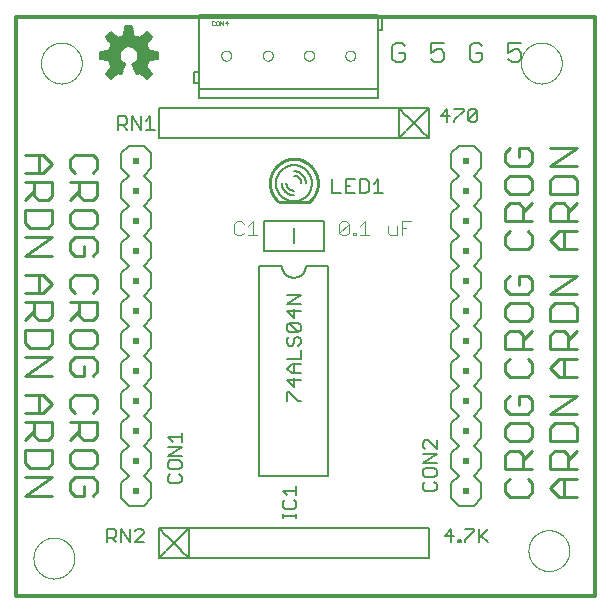
<source format=gto>
G75*
%MOIN*%
%OFA0B0*%
%FSLAX25Y25*%
%IPPOS*%
%LPD*%
%AMOC8*
5,1,8,0,0,1.08239X$1,22.5*
%
%ADD10C,0.01200*%
%ADD11C,0.01000*%
%ADD12C,0.00000*%
%ADD13C,0.00700*%
%ADD14C,0.00591*%
%ADD15C,0.00800*%
%ADD16R,0.02000X0.02000*%
%ADD17C,0.00500*%
%ADD18C,0.00600*%
%ADD19C,0.00400*%
%ADD20C,0.00004*%
%ADD21C,0.00100*%
D10*
X0011733Y0001600D02*
X0011733Y0194513D01*
X0204647Y0194513D01*
X0204647Y0001600D01*
X0011733Y0001600D01*
D11*
X0014733Y0034971D02*
X0023741Y0034971D01*
X0023741Y0040976D02*
X0014733Y0034971D01*
X0014733Y0040976D02*
X0023741Y0040976D01*
X0022240Y0044179D02*
X0023741Y0045680D01*
X0023741Y0050184D01*
X0014733Y0050184D01*
X0014733Y0045680D01*
X0016235Y0044179D01*
X0022240Y0044179D01*
X0029733Y0045680D02*
X0031235Y0044179D01*
X0037240Y0044179D01*
X0038741Y0045680D01*
X0038741Y0048683D01*
X0037240Y0050184D01*
X0031235Y0050184D01*
X0029733Y0048683D01*
X0029733Y0045680D01*
X0031235Y0040976D02*
X0029733Y0039475D01*
X0029733Y0036473D01*
X0031235Y0034971D01*
X0034237Y0034971D01*
X0034237Y0037974D01*
X0031235Y0040976D02*
X0037240Y0040976D01*
X0038741Y0039475D01*
X0038741Y0036473D01*
X0037240Y0034971D01*
X0037240Y0053387D02*
X0034237Y0053387D01*
X0032736Y0054888D01*
X0032736Y0059392D01*
X0029733Y0059392D02*
X0038741Y0059392D01*
X0038741Y0054888D01*
X0037240Y0053387D01*
X0032736Y0056390D02*
X0029733Y0053387D01*
X0023741Y0054888D02*
X0023741Y0059392D01*
X0014733Y0059392D01*
X0017736Y0059392D02*
X0017736Y0054888D01*
X0019237Y0053387D01*
X0022240Y0053387D01*
X0023741Y0054888D01*
X0017736Y0056390D02*
X0014733Y0053387D01*
X0014733Y0062595D02*
X0020738Y0062595D01*
X0023741Y0065597D01*
X0020738Y0068600D01*
X0014733Y0068600D01*
X0019237Y0068600D02*
X0019237Y0062595D01*
X0029733Y0064096D02*
X0031235Y0062595D01*
X0029733Y0064096D02*
X0029733Y0067099D01*
X0031235Y0068600D01*
X0037240Y0068600D01*
X0038741Y0067099D01*
X0038741Y0064096D01*
X0037240Y0062595D01*
X0037240Y0074971D02*
X0038741Y0076473D01*
X0038741Y0079475D01*
X0037240Y0080976D01*
X0031235Y0080976D01*
X0029733Y0079475D01*
X0029733Y0076473D01*
X0031235Y0074971D01*
X0034237Y0074971D01*
X0034237Y0077974D01*
X0031235Y0084179D02*
X0037240Y0084179D01*
X0038741Y0085680D01*
X0038741Y0088683D01*
X0037240Y0090184D01*
X0031235Y0090184D01*
X0029733Y0088683D01*
X0029733Y0085680D01*
X0031235Y0084179D01*
X0023741Y0085680D02*
X0023741Y0090184D01*
X0014733Y0090184D01*
X0014733Y0085680D01*
X0016235Y0084179D01*
X0022240Y0084179D01*
X0023741Y0085680D01*
X0023741Y0080976D02*
X0014733Y0074971D01*
X0023741Y0074971D01*
X0023741Y0080976D02*
X0014733Y0080976D01*
X0014733Y0093387D02*
X0017736Y0096390D01*
X0017736Y0094888D02*
X0017736Y0099392D01*
X0014733Y0099392D02*
X0023741Y0099392D01*
X0023741Y0094888D01*
X0022240Y0093387D01*
X0019237Y0093387D01*
X0017736Y0094888D01*
X0019237Y0102595D02*
X0019237Y0108600D01*
X0020738Y0108600D02*
X0023741Y0105597D01*
X0020738Y0102595D01*
X0014733Y0102595D01*
X0014733Y0108600D02*
X0020738Y0108600D01*
X0023741Y0114971D02*
X0014733Y0114971D01*
X0023741Y0120976D01*
X0014733Y0120976D01*
X0016235Y0124179D02*
X0022240Y0124179D01*
X0023741Y0125680D01*
X0023741Y0130184D01*
X0014733Y0130184D01*
X0014733Y0125680D01*
X0016235Y0124179D01*
X0014733Y0133387D02*
X0017736Y0136390D01*
X0017736Y0134888D02*
X0017736Y0139392D01*
X0014733Y0139392D02*
X0023741Y0139392D01*
X0023741Y0134888D01*
X0022240Y0133387D01*
X0019237Y0133387D01*
X0017736Y0134888D01*
X0019237Y0142595D02*
X0019237Y0148600D01*
X0020738Y0148600D02*
X0023741Y0145597D01*
X0020738Y0142595D01*
X0014733Y0142595D01*
X0014733Y0148600D02*
X0020738Y0148600D01*
X0029733Y0147099D02*
X0029733Y0144096D01*
X0031235Y0142595D01*
X0032736Y0139392D02*
X0032736Y0134888D01*
X0034237Y0133387D01*
X0037240Y0133387D01*
X0038741Y0134888D01*
X0038741Y0139392D01*
X0029733Y0139392D01*
X0032736Y0136390D02*
X0029733Y0133387D01*
X0031235Y0130184D02*
X0029733Y0128683D01*
X0029733Y0125680D01*
X0031235Y0124179D01*
X0037240Y0124179D01*
X0038741Y0125680D01*
X0038741Y0128683D01*
X0037240Y0130184D01*
X0031235Y0130184D01*
X0031235Y0120976D02*
X0029733Y0119475D01*
X0029733Y0116473D01*
X0031235Y0114971D01*
X0034237Y0114971D01*
X0034237Y0117974D01*
X0031235Y0120976D02*
X0037240Y0120976D01*
X0038741Y0119475D01*
X0038741Y0116473D01*
X0037240Y0114971D01*
X0037240Y0108600D02*
X0031235Y0108600D01*
X0029733Y0107099D01*
X0029733Y0104096D01*
X0031235Y0102595D01*
X0032736Y0099392D02*
X0032736Y0094888D01*
X0034237Y0093387D01*
X0037240Y0093387D01*
X0038741Y0094888D01*
X0038741Y0099392D01*
X0029733Y0099392D01*
X0032736Y0096390D02*
X0029733Y0093387D01*
X0037240Y0102595D02*
X0038741Y0104096D01*
X0038741Y0107099D01*
X0037240Y0108600D01*
X0037240Y0142595D02*
X0038741Y0144096D01*
X0038741Y0147099D01*
X0037240Y0148600D01*
X0031235Y0148600D01*
X0029733Y0147099D01*
X0099233Y0132900D02*
X0101233Y0132900D01*
X0107733Y0132900D01*
X0109233Y0132900D01*
X0104233Y0147300D02*
X0104038Y0147289D01*
X0103844Y0147273D01*
X0103650Y0147253D01*
X0103457Y0147227D01*
X0103264Y0147197D01*
X0103072Y0147163D01*
X0102881Y0147124D01*
X0102691Y0147080D01*
X0102502Y0147032D01*
X0102315Y0146979D01*
X0102128Y0146922D01*
X0101943Y0146861D01*
X0101760Y0146794D01*
X0101578Y0146724D01*
X0101398Y0146649D01*
X0101220Y0146570D01*
X0101044Y0146487D01*
X0100870Y0146399D01*
X0100698Y0146308D01*
X0100528Y0146212D01*
X0100360Y0146112D01*
X0100195Y0146008D01*
X0100033Y0145900D01*
X0104234Y0147300D02*
X0104424Y0147289D01*
X0104614Y0147273D01*
X0104804Y0147252D01*
X0104993Y0147227D01*
X0105181Y0147198D01*
X0105369Y0147164D01*
X0105556Y0147126D01*
X0105742Y0147083D01*
X0105927Y0147036D01*
X0106111Y0146985D01*
X0106293Y0146929D01*
X0106474Y0146869D01*
X0106654Y0146805D01*
X0106832Y0146737D01*
X0107008Y0146664D01*
X0107183Y0146588D01*
X0107356Y0146507D01*
X0107527Y0146422D01*
X0107696Y0146333D01*
X0107862Y0146241D01*
X0108027Y0146144D01*
X0100263Y0146047D02*
X0100095Y0145947D01*
X0099928Y0145844D01*
X0099765Y0145737D01*
X0099604Y0145626D01*
X0099446Y0145510D01*
X0099290Y0145391D01*
X0099138Y0145269D01*
X0098989Y0145142D01*
X0098842Y0145012D01*
X0098700Y0144879D01*
X0098560Y0144742D01*
X0098424Y0144601D01*
X0098291Y0144457D01*
X0098162Y0144311D01*
X0098036Y0144160D01*
X0097914Y0144007D01*
X0097796Y0143851D01*
X0097682Y0143693D01*
X0097572Y0143531D01*
X0097465Y0143367D01*
X0097363Y0143200D01*
X0097265Y0143031D01*
X0097171Y0142859D01*
X0097081Y0142685D01*
X0096995Y0142509D01*
X0096914Y0142331D01*
X0096837Y0142151D01*
X0096765Y0141970D01*
X0096697Y0141786D01*
X0096634Y0141601D01*
X0096575Y0141415D01*
X0096521Y0141227D01*
X0096471Y0141037D01*
X0096426Y0140847D01*
X0096385Y0140655D01*
X0096350Y0140463D01*
X0096319Y0140270D01*
X0096293Y0140076D01*
X0096271Y0139882D01*
X0096254Y0139687D01*
X0096243Y0139491D01*
X0096235Y0139296D01*
X0096233Y0139100D01*
X0107998Y0146159D02*
X0108166Y0146066D01*
X0108332Y0145970D01*
X0108496Y0145870D01*
X0108657Y0145765D01*
X0108816Y0145657D01*
X0108972Y0145545D01*
X0109126Y0145429D01*
X0109276Y0145310D01*
X0109424Y0145187D01*
X0109569Y0145061D01*
X0109710Y0144931D01*
X0109849Y0144798D01*
X0109984Y0144661D01*
X0110116Y0144521D01*
X0110244Y0144379D01*
X0110369Y0144233D01*
X0110491Y0144084D01*
X0110609Y0143932D01*
X0110723Y0143778D01*
X0110833Y0143620D01*
X0110940Y0143461D01*
X0111043Y0143298D01*
X0111142Y0143133D01*
X0111237Y0142966D01*
X0111327Y0142797D01*
X0111414Y0142626D01*
X0111497Y0142452D01*
X0111575Y0142277D01*
X0111649Y0142099D01*
X0111719Y0141920D01*
X0111785Y0141740D01*
X0111846Y0141558D01*
X0111903Y0141374D01*
X0111955Y0141189D01*
X0112003Y0141003D01*
X0112047Y0140816D01*
X0112086Y0140628D01*
X0112120Y0140439D01*
X0112150Y0140249D01*
X0112175Y0140059D01*
X0112196Y0139868D01*
X0112212Y0139676D01*
X0112224Y0139484D01*
X0112231Y0139292D01*
X0112233Y0139100D01*
X0099065Y0132993D02*
X0098919Y0133120D01*
X0098777Y0133249D01*
X0098637Y0133383D01*
X0098501Y0133519D01*
X0098368Y0133659D01*
X0098238Y0133802D01*
X0098112Y0133949D01*
X0097990Y0134098D01*
X0097871Y0134250D01*
X0097756Y0134405D01*
X0097644Y0134562D01*
X0097537Y0134722D01*
X0097433Y0134885D01*
X0097334Y0135051D01*
X0097238Y0135218D01*
X0097146Y0135388D01*
X0097059Y0135560D01*
X0096975Y0135734D01*
X0096896Y0135910D01*
X0096822Y0136088D01*
X0096751Y0136268D01*
X0096685Y0136449D01*
X0096623Y0136632D01*
X0096566Y0136816D01*
X0096513Y0137002D01*
X0096465Y0137189D01*
X0096421Y0137377D01*
X0096382Y0137566D01*
X0096347Y0137756D01*
X0096317Y0137946D01*
X0096291Y0138137D01*
X0096270Y0138329D01*
X0096254Y0138522D01*
X0096242Y0138714D01*
X0096235Y0138907D01*
X0096233Y0139100D01*
X0109355Y0132954D02*
X0109503Y0133081D01*
X0109648Y0133211D01*
X0109789Y0133344D01*
X0109928Y0133481D01*
X0110063Y0133621D01*
X0110194Y0133765D01*
X0110322Y0133912D01*
X0110447Y0134061D01*
X0110568Y0134214D01*
X0110685Y0134369D01*
X0110798Y0134528D01*
X0110907Y0134689D01*
X0111012Y0134853D01*
X0111114Y0135019D01*
X0111211Y0135188D01*
X0111304Y0135358D01*
X0111393Y0135532D01*
X0111478Y0135707D01*
X0111558Y0135884D01*
X0111634Y0136063D01*
X0111706Y0136244D01*
X0111773Y0136427D01*
X0111836Y0136611D01*
X0111894Y0136797D01*
X0111948Y0136984D01*
X0111997Y0137172D01*
X0112042Y0137362D01*
X0112082Y0137552D01*
X0112117Y0137744D01*
X0112148Y0137936D01*
X0112174Y0138129D01*
X0112195Y0138323D01*
X0112212Y0138517D01*
X0112224Y0138711D01*
X0112231Y0138905D01*
X0112233Y0139100D01*
X0174726Y0140020D02*
X0174726Y0137017D01*
X0176227Y0135516D01*
X0182232Y0135516D01*
X0183733Y0137017D01*
X0183733Y0140020D01*
X0182232Y0141521D01*
X0176227Y0141521D01*
X0174726Y0140020D01*
X0176227Y0144724D02*
X0182232Y0144724D01*
X0183733Y0146225D01*
X0183733Y0149227D01*
X0182232Y0150729D01*
X0179229Y0150729D01*
X0179229Y0147726D01*
X0176227Y0150729D02*
X0174726Y0149227D01*
X0174726Y0146225D01*
X0176227Y0144724D01*
X0176227Y0132313D02*
X0179229Y0132313D01*
X0180731Y0130812D01*
X0180731Y0126308D01*
X0180731Y0129310D02*
X0183733Y0132313D01*
X0189726Y0130812D02*
X0191227Y0132313D01*
X0194229Y0132313D01*
X0195731Y0130812D01*
X0195731Y0126308D01*
X0195731Y0129310D02*
X0198733Y0132313D01*
X0198733Y0135516D02*
X0198733Y0140020D01*
X0197232Y0141521D01*
X0191227Y0141521D01*
X0189726Y0140020D01*
X0189726Y0135516D01*
X0198733Y0135516D01*
X0198733Y0144724D02*
X0189726Y0144724D01*
X0198733Y0150729D01*
X0189726Y0150729D01*
X0176227Y0132313D02*
X0174726Y0130812D01*
X0174726Y0126308D01*
X0183733Y0126308D01*
X0182232Y0123105D02*
X0183733Y0121604D01*
X0183733Y0118601D01*
X0182232Y0117100D01*
X0176227Y0117100D01*
X0174726Y0118601D01*
X0174726Y0121604D01*
X0176227Y0123105D01*
X0189726Y0120103D02*
X0192728Y0123105D01*
X0198733Y0123105D01*
X0198733Y0126308D02*
X0189726Y0126308D01*
X0189726Y0130812D01*
X0194229Y0123105D02*
X0194229Y0117100D01*
X0192728Y0117100D02*
X0189726Y0120103D01*
X0192728Y0117100D02*
X0198733Y0117100D01*
X0198733Y0108229D02*
X0189726Y0108229D01*
X0183733Y0106727D02*
X0182232Y0108229D01*
X0179229Y0108229D01*
X0179229Y0105226D01*
X0176227Y0102224D02*
X0182232Y0102224D01*
X0183733Y0103725D01*
X0183733Y0106727D01*
X0189726Y0102224D02*
X0198733Y0108229D01*
X0198733Y0102224D02*
X0189726Y0102224D01*
X0191227Y0099021D02*
X0189726Y0097520D01*
X0189726Y0093016D01*
X0198733Y0093016D01*
X0198733Y0097520D01*
X0197232Y0099021D01*
X0191227Y0099021D01*
X0183733Y0097520D02*
X0183733Y0094517D01*
X0182232Y0093016D01*
X0176227Y0093016D01*
X0174726Y0094517D01*
X0174726Y0097520D01*
X0176227Y0099021D01*
X0182232Y0099021D01*
X0183733Y0097520D01*
X0183733Y0089813D02*
X0180731Y0086810D01*
X0180731Y0088312D02*
X0180731Y0083808D01*
X0182232Y0080605D02*
X0183733Y0079104D01*
X0183733Y0076101D01*
X0182232Y0074600D01*
X0176227Y0074600D01*
X0174726Y0076101D01*
X0174726Y0079104D01*
X0176227Y0080605D01*
X0174726Y0083808D02*
X0174726Y0088312D01*
X0176227Y0089813D01*
X0179229Y0089813D01*
X0180731Y0088312D01*
X0183733Y0083808D02*
X0174726Y0083808D01*
X0189726Y0083808D02*
X0189726Y0088312D01*
X0191227Y0089813D01*
X0194229Y0089813D01*
X0195731Y0088312D01*
X0195731Y0083808D01*
X0194229Y0080605D02*
X0194229Y0074600D01*
X0192728Y0074600D02*
X0189726Y0077603D01*
X0192728Y0080605D01*
X0198733Y0080605D01*
X0198733Y0083808D02*
X0189726Y0083808D01*
X0195731Y0086810D02*
X0198733Y0089813D01*
X0198733Y0074600D02*
X0192728Y0074600D01*
X0189726Y0068229D02*
X0198733Y0068229D01*
X0189726Y0062224D01*
X0198733Y0062224D01*
X0197232Y0059021D02*
X0191227Y0059021D01*
X0189726Y0057520D01*
X0189726Y0053016D01*
X0198733Y0053016D01*
X0198733Y0057520D01*
X0197232Y0059021D01*
X0198733Y0049813D02*
X0195731Y0046810D01*
X0195731Y0048312D02*
X0195731Y0043808D01*
X0198733Y0043808D02*
X0189726Y0043808D01*
X0189726Y0048312D01*
X0191227Y0049813D01*
X0194229Y0049813D01*
X0195731Y0048312D01*
X0194229Y0040605D02*
X0194229Y0034600D01*
X0192728Y0034600D02*
X0189726Y0037603D01*
X0192728Y0040605D01*
X0198733Y0040605D01*
X0198733Y0034600D02*
X0192728Y0034600D01*
X0183733Y0036101D02*
X0183733Y0039104D01*
X0182232Y0040605D01*
X0183733Y0043808D02*
X0174726Y0043808D01*
X0174726Y0048312D01*
X0176227Y0049813D01*
X0179229Y0049813D01*
X0180731Y0048312D01*
X0180731Y0043808D01*
X0180731Y0046810D02*
X0183733Y0049813D01*
X0182232Y0053016D02*
X0183733Y0054517D01*
X0183733Y0057520D01*
X0182232Y0059021D01*
X0176227Y0059021D01*
X0174726Y0057520D01*
X0174726Y0054517D01*
X0176227Y0053016D01*
X0182232Y0053016D01*
X0182232Y0062224D02*
X0176227Y0062224D01*
X0174726Y0063725D01*
X0174726Y0066727D01*
X0176227Y0068229D01*
X0179229Y0068229D02*
X0179229Y0065226D01*
X0179229Y0068229D02*
X0182232Y0068229D01*
X0183733Y0066727D01*
X0183733Y0063725D01*
X0182232Y0062224D01*
X0176227Y0040605D02*
X0174726Y0039104D01*
X0174726Y0036101D01*
X0176227Y0034600D01*
X0182232Y0034600D01*
X0183733Y0036101D01*
X0176227Y0102224D02*
X0174726Y0103725D01*
X0174726Y0106727D01*
X0176227Y0108229D01*
D12*
X0179933Y0179100D02*
X0179935Y0179267D01*
X0179941Y0179434D01*
X0179951Y0179600D01*
X0179966Y0179767D01*
X0179984Y0179932D01*
X0180007Y0180098D01*
X0180033Y0180263D01*
X0180064Y0180427D01*
X0180098Y0180590D01*
X0180137Y0180752D01*
X0180179Y0180914D01*
X0180226Y0181074D01*
X0180276Y0181233D01*
X0180331Y0181391D01*
X0180389Y0181547D01*
X0180451Y0181702D01*
X0180516Y0181856D01*
X0180586Y0182007D01*
X0180659Y0182157D01*
X0180736Y0182305D01*
X0180816Y0182452D01*
X0180900Y0182596D01*
X0180988Y0182738D01*
X0181079Y0182878D01*
X0181173Y0183015D01*
X0181271Y0183151D01*
X0181372Y0183284D01*
X0181477Y0183414D01*
X0181584Y0183542D01*
X0181695Y0183667D01*
X0181808Y0183789D01*
X0181925Y0183908D01*
X0182044Y0184025D01*
X0182166Y0184138D01*
X0182291Y0184249D01*
X0182419Y0184356D01*
X0182549Y0184461D01*
X0182682Y0184562D01*
X0182818Y0184660D01*
X0182955Y0184754D01*
X0183095Y0184845D01*
X0183237Y0184933D01*
X0183381Y0185017D01*
X0183528Y0185097D01*
X0183676Y0185174D01*
X0183826Y0185247D01*
X0183977Y0185317D01*
X0184131Y0185382D01*
X0184286Y0185444D01*
X0184442Y0185502D01*
X0184600Y0185557D01*
X0184759Y0185607D01*
X0184919Y0185654D01*
X0185081Y0185696D01*
X0185243Y0185735D01*
X0185406Y0185769D01*
X0185570Y0185800D01*
X0185735Y0185826D01*
X0185901Y0185849D01*
X0186066Y0185867D01*
X0186233Y0185882D01*
X0186399Y0185892D01*
X0186566Y0185898D01*
X0186733Y0185900D01*
X0186900Y0185898D01*
X0187067Y0185892D01*
X0187233Y0185882D01*
X0187400Y0185867D01*
X0187565Y0185849D01*
X0187731Y0185826D01*
X0187896Y0185800D01*
X0188060Y0185769D01*
X0188223Y0185735D01*
X0188385Y0185696D01*
X0188547Y0185654D01*
X0188707Y0185607D01*
X0188866Y0185557D01*
X0189024Y0185502D01*
X0189180Y0185444D01*
X0189335Y0185382D01*
X0189489Y0185317D01*
X0189640Y0185247D01*
X0189790Y0185174D01*
X0189938Y0185097D01*
X0190085Y0185017D01*
X0190229Y0184933D01*
X0190371Y0184845D01*
X0190511Y0184754D01*
X0190648Y0184660D01*
X0190784Y0184562D01*
X0190917Y0184461D01*
X0191047Y0184356D01*
X0191175Y0184249D01*
X0191300Y0184138D01*
X0191422Y0184025D01*
X0191541Y0183908D01*
X0191658Y0183789D01*
X0191771Y0183667D01*
X0191882Y0183542D01*
X0191989Y0183414D01*
X0192094Y0183284D01*
X0192195Y0183151D01*
X0192293Y0183015D01*
X0192387Y0182878D01*
X0192478Y0182738D01*
X0192566Y0182596D01*
X0192650Y0182452D01*
X0192730Y0182305D01*
X0192807Y0182157D01*
X0192880Y0182007D01*
X0192950Y0181856D01*
X0193015Y0181702D01*
X0193077Y0181547D01*
X0193135Y0181391D01*
X0193190Y0181233D01*
X0193240Y0181074D01*
X0193287Y0180914D01*
X0193329Y0180752D01*
X0193368Y0180590D01*
X0193402Y0180427D01*
X0193433Y0180263D01*
X0193459Y0180098D01*
X0193482Y0179932D01*
X0193500Y0179767D01*
X0193515Y0179600D01*
X0193525Y0179434D01*
X0193531Y0179267D01*
X0193533Y0179100D01*
X0193531Y0178933D01*
X0193525Y0178766D01*
X0193515Y0178600D01*
X0193500Y0178433D01*
X0193482Y0178268D01*
X0193459Y0178102D01*
X0193433Y0177937D01*
X0193402Y0177773D01*
X0193368Y0177610D01*
X0193329Y0177448D01*
X0193287Y0177286D01*
X0193240Y0177126D01*
X0193190Y0176967D01*
X0193135Y0176809D01*
X0193077Y0176653D01*
X0193015Y0176498D01*
X0192950Y0176344D01*
X0192880Y0176193D01*
X0192807Y0176043D01*
X0192730Y0175895D01*
X0192650Y0175748D01*
X0192566Y0175604D01*
X0192478Y0175462D01*
X0192387Y0175322D01*
X0192293Y0175185D01*
X0192195Y0175049D01*
X0192094Y0174916D01*
X0191989Y0174786D01*
X0191882Y0174658D01*
X0191771Y0174533D01*
X0191658Y0174411D01*
X0191541Y0174292D01*
X0191422Y0174175D01*
X0191300Y0174062D01*
X0191175Y0173951D01*
X0191047Y0173844D01*
X0190917Y0173739D01*
X0190784Y0173638D01*
X0190648Y0173540D01*
X0190511Y0173446D01*
X0190371Y0173355D01*
X0190229Y0173267D01*
X0190085Y0173183D01*
X0189938Y0173103D01*
X0189790Y0173026D01*
X0189640Y0172953D01*
X0189489Y0172883D01*
X0189335Y0172818D01*
X0189180Y0172756D01*
X0189024Y0172698D01*
X0188866Y0172643D01*
X0188707Y0172593D01*
X0188547Y0172546D01*
X0188385Y0172504D01*
X0188223Y0172465D01*
X0188060Y0172431D01*
X0187896Y0172400D01*
X0187731Y0172374D01*
X0187565Y0172351D01*
X0187400Y0172333D01*
X0187233Y0172318D01*
X0187067Y0172308D01*
X0186900Y0172302D01*
X0186733Y0172300D01*
X0186566Y0172302D01*
X0186399Y0172308D01*
X0186233Y0172318D01*
X0186066Y0172333D01*
X0185901Y0172351D01*
X0185735Y0172374D01*
X0185570Y0172400D01*
X0185406Y0172431D01*
X0185243Y0172465D01*
X0185081Y0172504D01*
X0184919Y0172546D01*
X0184759Y0172593D01*
X0184600Y0172643D01*
X0184442Y0172698D01*
X0184286Y0172756D01*
X0184131Y0172818D01*
X0183977Y0172883D01*
X0183826Y0172953D01*
X0183676Y0173026D01*
X0183528Y0173103D01*
X0183381Y0173183D01*
X0183237Y0173267D01*
X0183095Y0173355D01*
X0182955Y0173446D01*
X0182818Y0173540D01*
X0182682Y0173638D01*
X0182549Y0173739D01*
X0182419Y0173844D01*
X0182291Y0173951D01*
X0182166Y0174062D01*
X0182044Y0174175D01*
X0181925Y0174292D01*
X0181808Y0174411D01*
X0181695Y0174533D01*
X0181584Y0174658D01*
X0181477Y0174786D01*
X0181372Y0174916D01*
X0181271Y0175049D01*
X0181173Y0175185D01*
X0181079Y0175322D01*
X0180988Y0175462D01*
X0180900Y0175604D01*
X0180816Y0175748D01*
X0180736Y0175895D01*
X0180659Y0176043D01*
X0180586Y0176193D01*
X0180516Y0176344D01*
X0180451Y0176498D01*
X0180389Y0176653D01*
X0180331Y0176809D01*
X0180276Y0176967D01*
X0180226Y0177126D01*
X0180179Y0177286D01*
X0180137Y0177448D01*
X0180098Y0177610D01*
X0180064Y0177773D01*
X0180033Y0177937D01*
X0180007Y0178102D01*
X0179984Y0178268D01*
X0179966Y0178433D01*
X0179951Y0178600D01*
X0179941Y0178766D01*
X0179935Y0178933D01*
X0179933Y0179100D01*
X0019933Y0179100D02*
X0019935Y0179267D01*
X0019941Y0179434D01*
X0019951Y0179600D01*
X0019966Y0179767D01*
X0019984Y0179932D01*
X0020007Y0180098D01*
X0020033Y0180263D01*
X0020064Y0180427D01*
X0020098Y0180590D01*
X0020137Y0180752D01*
X0020179Y0180914D01*
X0020226Y0181074D01*
X0020276Y0181233D01*
X0020331Y0181391D01*
X0020389Y0181547D01*
X0020451Y0181702D01*
X0020516Y0181856D01*
X0020586Y0182007D01*
X0020659Y0182157D01*
X0020736Y0182305D01*
X0020816Y0182452D01*
X0020900Y0182596D01*
X0020988Y0182738D01*
X0021079Y0182878D01*
X0021173Y0183015D01*
X0021271Y0183151D01*
X0021372Y0183284D01*
X0021477Y0183414D01*
X0021584Y0183542D01*
X0021695Y0183667D01*
X0021808Y0183789D01*
X0021925Y0183908D01*
X0022044Y0184025D01*
X0022166Y0184138D01*
X0022291Y0184249D01*
X0022419Y0184356D01*
X0022549Y0184461D01*
X0022682Y0184562D01*
X0022818Y0184660D01*
X0022955Y0184754D01*
X0023095Y0184845D01*
X0023237Y0184933D01*
X0023381Y0185017D01*
X0023528Y0185097D01*
X0023676Y0185174D01*
X0023826Y0185247D01*
X0023977Y0185317D01*
X0024131Y0185382D01*
X0024286Y0185444D01*
X0024442Y0185502D01*
X0024600Y0185557D01*
X0024759Y0185607D01*
X0024919Y0185654D01*
X0025081Y0185696D01*
X0025243Y0185735D01*
X0025406Y0185769D01*
X0025570Y0185800D01*
X0025735Y0185826D01*
X0025901Y0185849D01*
X0026066Y0185867D01*
X0026233Y0185882D01*
X0026399Y0185892D01*
X0026566Y0185898D01*
X0026733Y0185900D01*
X0026900Y0185898D01*
X0027067Y0185892D01*
X0027233Y0185882D01*
X0027400Y0185867D01*
X0027565Y0185849D01*
X0027731Y0185826D01*
X0027896Y0185800D01*
X0028060Y0185769D01*
X0028223Y0185735D01*
X0028385Y0185696D01*
X0028547Y0185654D01*
X0028707Y0185607D01*
X0028866Y0185557D01*
X0029024Y0185502D01*
X0029180Y0185444D01*
X0029335Y0185382D01*
X0029489Y0185317D01*
X0029640Y0185247D01*
X0029790Y0185174D01*
X0029938Y0185097D01*
X0030085Y0185017D01*
X0030229Y0184933D01*
X0030371Y0184845D01*
X0030511Y0184754D01*
X0030648Y0184660D01*
X0030784Y0184562D01*
X0030917Y0184461D01*
X0031047Y0184356D01*
X0031175Y0184249D01*
X0031300Y0184138D01*
X0031422Y0184025D01*
X0031541Y0183908D01*
X0031658Y0183789D01*
X0031771Y0183667D01*
X0031882Y0183542D01*
X0031989Y0183414D01*
X0032094Y0183284D01*
X0032195Y0183151D01*
X0032293Y0183015D01*
X0032387Y0182878D01*
X0032478Y0182738D01*
X0032566Y0182596D01*
X0032650Y0182452D01*
X0032730Y0182305D01*
X0032807Y0182157D01*
X0032880Y0182007D01*
X0032950Y0181856D01*
X0033015Y0181702D01*
X0033077Y0181547D01*
X0033135Y0181391D01*
X0033190Y0181233D01*
X0033240Y0181074D01*
X0033287Y0180914D01*
X0033329Y0180752D01*
X0033368Y0180590D01*
X0033402Y0180427D01*
X0033433Y0180263D01*
X0033459Y0180098D01*
X0033482Y0179932D01*
X0033500Y0179767D01*
X0033515Y0179600D01*
X0033525Y0179434D01*
X0033531Y0179267D01*
X0033533Y0179100D01*
X0033531Y0178933D01*
X0033525Y0178766D01*
X0033515Y0178600D01*
X0033500Y0178433D01*
X0033482Y0178268D01*
X0033459Y0178102D01*
X0033433Y0177937D01*
X0033402Y0177773D01*
X0033368Y0177610D01*
X0033329Y0177448D01*
X0033287Y0177286D01*
X0033240Y0177126D01*
X0033190Y0176967D01*
X0033135Y0176809D01*
X0033077Y0176653D01*
X0033015Y0176498D01*
X0032950Y0176344D01*
X0032880Y0176193D01*
X0032807Y0176043D01*
X0032730Y0175895D01*
X0032650Y0175748D01*
X0032566Y0175604D01*
X0032478Y0175462D01*
X0032387Y0175322D01*
X0032293Y0175185D01*
X0032195Y0175049D01*
X0032094Y0174916D01*
X0031989Y0174786D01*
X0031882Y0174658D01*
X0031771Y0174533D01*
X0031658Y0174411D01*
X0031541Y0174292D01*
X0031422Y0174175D01*
X0031300Y0174062D01*
X0031175Y0173951D01*
X0031047Y0173844D01*
X0030917Y0173739D01*
X0030784Y0173638D01*
X0030648Y0173540D01*
X0030511Y0173446D01*
X0030371Y0173355D01*
X0030229Y0173267D01*
X0030085Y0173183D01*
X0029938Y0173103D01*
X0029790Y0173026D01*
X0029640Y0172953D01*
X0029489Y0172883D01*
X0029335Y0172818D01*
X0029180Y0172756D01*
X0029024Y0172698D01*
X0028866Y0172643D01*
X0028707Y0172593D01*
X0028547Y0172546D01*
X0028385Y0172504D01*
X0028223Y0172465D01*
X0028060Y0172431D01*
X0027896Y0172400D01*
X0027731Y0172374D01*
X0027565Y0172351D01*
X0027400Y0172333D01*
X0027233Y0172318D01*
X0027067Y0172308D01*
X0026900Y0172302D01*
X0026733Y0172300D01*
X0026566Y0172302D01*
X0026399Y0172308D01*
X0026233Y0172318D01*
X0026066Y0172333D01*
X0025901Y0172351D01*
X0025735Y0172374D01*
X0025570Y0172400D01*
X0025406Y0172431D01*
X0025243Y0172465D01*
X0025081Y0172504D01*
X0024919Y0172546D01*
X0024759Y0172593D01*
X0024600Y0172643D01*
X0024442Y0172698D01*
X0024286Y0172756D01*
X0024131Y0172818D01*
X0023977Y0172883D01*
X0023826Y0172953D01*
X0023676Y0173026D01*
X0023528Y0173103D01*
X0023381Y0173183D01*
X0023237Y0173267D01*
X0023095Y0173355D01*
X0022955Y0173446D01*
X0022818Y0173540D01*
X0022682Y0173638D01*
X0022549Y0173739D01*
X0022419Y0173844D01*
X0022291Y0173951D01*
X0022166Y0174062D01*
X0022044Y0174175D01*
X0021925Y0174292D01*
X0021808Y0174411D01*
X0021695Y0174533D01*
X0021584Y0174658D01*
X0021477Y0174786D01*
X0021372Y0174916D01*
X0021271Y0175049D01*
X0021173Y0175185D01*
X0021079Y0175322D01*
X0020988Y0175462D01*
X0020900Y0175604D01*
X0020816Y0175748D01*
X0020736Y0175895D01*
X0020659Y0176043D01*
X0020586Y0176193D01*
X0020516Y0176344D01*
X0020451Y0176498D01*
X0020389Y0176653D01*
X0020331Y0176809D01*
X0020276Y0176967D01*
X0020226Y0177126D01*
X0020179Y0177286D01*
X0020137Y0177448D01*
X0020098Y0177610D01*
X0020064Y0177773D01*
X0020033Y0177937D01*
X0020007Y0178102D01*
X0019984Y0178268D01*
X0019966Y0178433D01*
X0019951Y0178600D01*
X0019941Y0178766D01*
X0019935Y0178933D01*
X0019933Y0179100D01*
X0182433Y0016600D02*
X0182435Y0016767D01*
X0182441Y0016934D01*
X0182451Y0017100D01*
X0182466Y0017267D01*
X0182484Y0017432D01*
X0182507Y0017598D01*
X0182533Y0017763D01*
X0182564Y0017927D01*
X0182598Y0018090D01*
X0182637Y0018252D01*
X0182679Y0018414D01*
X0182726Y0018574D01*
X0182776Y0018733D01*
X0182831Y0018891D01*
X0182889Y0019047D01*
X0182951Y0019202D01*
X0183016Y0019356D01*
X0183086Y0019507D01*
X0183159Y0019657D01*
X0183236Y0019805D01*
X0183316Y0019952D01*
X0183400Y0020096D01*
X0183488Y0020238D01*
X0183579Y0020378D01*
X0183673Y0020515D01*
X0183771Y0020651D01*
X0183872Y0020784D01*
X0183977Y0020914D01*
X0184084Y0021042D01*
X0184195Y0021167D01*
X0184308Y0021289D01*
X0184425Y0021408D01*
X0184544Y0021525D01*
X0184666Y0021638D01*
X0184791Y0021749D01*
X0184919Y0021856D01*
X0185049Y0021961D01*
X0185182Y0022062D01*
X0185318Y0022160D01*
X0185455Y0022254D01*
X0185595Y0022345D01*
X0185737Y0022433D01*
X0185881Y0022517D01*
X0186028Y0022597D01*
X0186176Y0022674D01*
X0186326Y0022747D01*
X0186477Y0022817D01*
X0186631Y0022882D01*
X0186786Y0022944D01*
X0186942Y0023002D01*
X0187100Y0023057D01*
X0187259Y0023107D01*
X0187419Y0023154D01*
X0187581Y0023196D01*
X0187743Y0023235D01*
X0187906Y0023269D01*
X0188070Y0023300D01*
X0188235Y0023326D01*
X0188401Y0023349D01*
X0188566Y0023367D01*
X0188733Y0023382D01*
X0188899Y0023392D01*
X0189066Y0023398D01*
X0189233Y0023400D01*
X0189400Y0023398D01*
X0189567Y0023392D01*
X0189733Y0023382D01*
X0189900Y0023367D01*
X0190065Y0023349D01*
X0190231Y0023326D01*
X0190396Y0023300D01*
X0190560Y0023269D01*
X0190723Y0023235D01*
X0190885Y0023196D01*
X0191047Y0023154D01*
X0191207Y0023107D01*
X0191366Y0023057D01*
X0191524Y0023002D01*
X0191680Y0022944D01*
X0191835Y0022882D01*
X0191989Y0022817D01*
X0192140Y0022747D01*
X0192290Y0022674D01*
X0192438Y0022597D01*
X0192585Y0022517D01*
X0192729Y0022433D01*
X0192871Y0022345D01*
X0193011Y0022254D01*
X0193148Y0022160D01*
X0193284Y0022062D01*
X0193417Y0021961D01*
X0193547Y0021856D01*
X0193675Y0021749D01*
X0193800Y0021638D01*
X0193922Y0021525D01*
X0194041Y0021408D01*
X0194158Y0021289D01*
X0194271Y0021167D01*
X0194382Y0021042D01*
X0194489Y0020914D01*
X0194594Y0020784D01*
X0194695Y0020651D01*
X0194793Y0020515D01*
X0194887Y0020378D01*
X0194978Y0020238D01*
X0195066Y0020096D01*
X0195150Y0019952D01*
X0195230Y0019805D01*
X0195307Y0019657D01*
X0195380Y0019507D01*
X0195450Y0019356D01*
X0195515Y0019202D01*
X0195577Y0019047D01*
X0195635Y0018891D01*
X0195690Y0018733D01*
X0195740Y0018574D01*
X0195787Y0018414D01*
X0195829Y0018252D01*
X0195868Y0018090D01*
X0195902Y0017927D01*
X0195933Y0017763D01*
X0195959Y0017598D01*
X0195982Y0017432D01*
X0196000Y0017267D01*
X0196015Y0017100D01*
X0196025Y0016934D01*
X0196031Y0016767D01*
X0196033Y0016600D01*
X0196031Y0016433D01*
X0196025Y0016266D01*
X0196015Y0016100D01*
X0196000Y0015933D01*
X0195982Y0015768D01*
X0195959Y0015602D01*
X0195933Y0015437D01*
X0195902Y0015273D01*
X0195868Y0015110D01*
X0195829Y0014948D01*
X0195787Y0014786D01*
X0195740Y0014626D01*
X0195690Y0014467D01*
X0195635Y0014309D01*
X0195577Y0014153D01*
X0195515Y0013998D01*
X0195450Y0013844D01*
X0195380Y0013693D01*
X0195307Y0013543D01*
X0195230Y0013395D01*
X0195150Y0013248D01*
X0195066Y0013104D01*
X0194978Y0012962D01*
X0194887Y0012822D01*
X0194793Y0012685D01*
X0194695Y0012549D01*
X0194594Y0012416D01*
X0194489Y0012286D01*
X0194382Y0012158D01*
X0194271Y0012033D01*
X0194158Y0011911D01*
X0194041Y0011792D01*
X0193922Y0011675D01*
X0193800Y0011562D01*
X0193675Y0011451D01*
X0193547Y0011344D01*
X0193417Y0011239D01*
X0193284Y0011138D01*
X0193148Y0011040D01*
X0193011Y0010946D01*
X0192871Y0010855D01*
X0192729Y0010767D01*
X0192585Y0010683D01*
X0192438Y0010603D01*
X0192290Y0010526D01*
X0192140Y0010453D01*
X0191989Y0010383D01*
X0191835Y0010318D01*
X0191680Y0010256D01*
X0191524Y0010198D01*
X0191366Y0010143D01*
X0191207Y0010093D01*
X0191047Y0010046D01*
X0190885Y0010004D01*
X0190723Y0009965D01*
X0190560Y0009931D01*
X0190396Y0009900D01*
X0190231Y0009874D01*
X0190065Y0009851D01*
X0189900Y0009833D01*
X0189733Y0009818D01*
X0189567Y0009808D01*
X0189400Y0009802D01*
X0189233Y0009800D01*
X0189066Y0009802D01*
X0188899Y0009808D01*
X0188733Y0009818D01*
X0188566Y0009833D01*
X0188401Y0009851D01*
X0188235Y0009874D01*
X0188070Y0009900D01*
X0187906Y0009931D01*
X0187743Y0009965D01*
X0187581Y0010004D01*
X0187419Y0010046D01*
X0187259Y0010093D01*
X0187100Y0010143D01*
X0186942Y0010198D01*
X0186786Y0010256D01*
X0186631Y0010318D01*
X0186477Y0010383D01*
X0186326Y0010453D01*
X0186176Y0010526D01*
X0186028Y0010603D01*
X0185881Y0010683D01*
X0185737Y0010767D01*
X0185595Y0010855D01*
X0185455Y0010946D01*
X0185318Y0011040D01*
X0185182Y0011138D01*
X0185049Y0011239D01*
X0184919Y0011344D01*
X0184791Y0011451D01*
X0184666Y0011562D01*
X0184544Y0011675D01*
X0184425Y0011792D01*
X0184308Y0011911D01*
X0184195Y0012033D01*
X0184084Y0012158D01*
X0183977Y0012286D01*
X0183872Y0012416D01*
X0183771Y0012549D01*
X0183673Y0012685D01*
X0183579Y0012822D01*
X0183488Y0012962D01*
X0183400Y0013104D01*
X0183316Y0013248D01*
X0183236Y0013395D01*
X0183159Y0013543D01*
X0183086Y0013693D01*
X0183016Y0013844D01*
X0182951Y0013998D01*
X0182889Y0014153D01*
X0182831Y0014309D01*
X0182776Y0014467D01*
X0182726Y0014626D01*
X0182679Y0014786D01*
X0182637Y0014948D01*
X0182598Y0015110D01*
X0182564Y0015273D01*
X0182533Y0015437D01*
X0182507Y0015602D01*
X0182484Y0015768D01*
X0182466Y0015933D01*
X0182451Y0016100D01*
X0182441Y0016266D01*
X0182435Y0016433D01*
X0182433Y0016600D01*
X0017433Y0014100D02*
X0017435Y0014267D01*
X0017441Y0014434D01*
X0017451Y0014600D01*
X0017466Y0014767D01*
X0017484Y0014932D01*
X0017507Y0015098D01*
X0017533Y0015263D01*
X0017564Y0015427D01*
X0017598Y0015590D01*
X0017637Y0015752D01*
X0017679Y0015914D01*
X0017726Y0016074D01*
X0017776Y0016233D01*
X0017831Y0016391D01*
X0017889Y0016547D01*
X0017951Y0016702D01*
X0018016Y0016856D01*
X0018086Y0017007D01*
X0018159Y0017157D01*
X0018236Y0017305D01*
X0018316Y0017452D01*
X0018400Y0017596D01*
X0018488Y0017738D01*
X0018579Y0017878D01*
X0018673Y0018015D01*
X0018771Y0018151D01*
X0018872Y0018284D01*
X0018977Y0018414D01*
X0019084Y0018542D01*
X0019195Y0018667D01*
X0019308Y0018789D01*
X0019425Y0018908D01*
X0019544Y0019025D01*
X0019666Y0019138D01*
X0019791Y0019249D01*
X0019919Y0019356D01*
X0020049Y0019461D01*
X0020182Y0019562D01*
X0020318Y0019660D01*
X0020455Y0019754D01*
X0020595Y0019845D01*
X0020737Y0019933D01*
X0020881Y0020017D01*
X0021028Y0020097D01*
X0021176Y0020174D01*
X0021326Y0020247D01*
X0021477Y0020317D01*
X0021631Y0020382D01*
X0021786Y0020444D01*
X0021942Y0020502D01*
X0022100Y0020557D01*
X0022259Y0020607D01*
X0022419Y0020654D01*
X0022581Y0020696D01*
X0022743Y0020735D01*
X0022906Y0020769D01*
X0023070Y0020800D01*
X0023235Y0020826D01*
X0023401Y0020849D01*
X0023566Y0020867D01*
X0023733Y0020882D01*
X0023899Y0020892D01*
X0024066Y0020898D01*
X0024233Y0020900D01*
X0024400Y0020898D01*
X0024567Y0020892D01*
X0024733Y0020882D01*
X0024900Y0020867D01*
X0025065Y0020849D01*
X0025231Y0020826D01*
X0025396Y0020800D01*
X0025560Y0020769D01*
X0025723Y0020735D01*
X0025885Y0020696D01*
X0026047Y0020654D01*
X0026207Y0020607D01*
X0026366Y0020557D01*
X0026524Y0020502D01*
X0026680Y0020444D01*
X0026835Y0020382D01*
X0026989Y0020317D01*
X0027140Y0020247D01*
X0027290Y0020174D01*
X0027438Y0020097D01*
X0027585Y0020017D01*
X0027729Y0019933D01*
X0027871Y0019845D01*
X0028011Y0019754D01*
X0028148Y0019660D01*
X0028284Y0019562D01*
X0028417Y0019461D01*
X0028547Y0019356D01*
X0028675Y0019249D01*
X0028800Y0019138D01*
X0028922Y0019025D01*
X0029041Y0018908D01*
X0029158Y0018789D01*
X0029271Y0018667D01*
X0029382Y0018542D01*
X0029489Y0018414D01*
X0029594Y0018284D01*
X0029695Y0018151D01*
X0029793Y0018015D01*
X0029887Y0017878D01*
X0029978Y0017738D01*
X0030066Y0017596D01*
X0030150Y0017452D01*
X0030230Y0017305D01*
X0030307Y0017157D01*
X0030380Y0017007D01*
X0030450Y0016856D01*
X0030515Y0016702D01*
X0030577Y0016547D01*
X0030635Y0016391D01*
X0030690Y0016233D01*
X0030740Y0016074D01*
X0030787Y0015914D01*
X0030829Y0015752D01*
X0030868Y0015590D01*
X0030902Y0015427D01*
X0030933Y0015263D01*
X0030959Y0015098D01*
X0030982Y0014932D01*
X0031000Y0014767D01*
X0031015Y0014600D01*
X0031025Y0014434D01*
X0031031Y0014267D01*
X0031033Y0014100D01*
X0031031Y0013933D01*
X0031025Y0013766D01*
X0031015Y0013600D01*
X0031000Y0013433D01*
X0030982Y0013268D01*
X0030959Y0013102D01*
X0030933Y0012937D01*
X0030902Y0012773D01*
X0030868Y0012610D01*
X0030829Y0012448D01*
X0030787Y0012286D01*
X0030740Y0012126D01*
X0030690Y0011967D01*
X0030635Y0011809D01*
X0030577Y0011653D01*
X0030515Y0011498D01*
X0030450Y0011344D01*
X0030380Y0011193D01*
X0030307Y0011043D01*
X0030230Y0010895D01*
X0030150Y0010748D01*
X0030066Y0010604D01*
X0029978Y0010462D01*
X0029887Y0010322D01*
X0029793Y0010185D01*
X0029695Y0010049D01*
X0029594Y0009916D01*
X0029489Y0009786D01*
X0029382Y0009658D01*
X0029271Y0009533D01*
X0029158Y0009411D01*
X0029041Y0009292D01*
X0028922Y0009175D01*
X0028800Y0009062D01*
X0028675Y0008951D01*
X0028547Y0008844D01*
X0028417Y0008739D01*
X0028284Y0008638D01*
X0028148Y0008540D01*
X0028011Y0008446D01*
X0027871Y0008355D01*
X0027729Y0008267D01*
X0027585Y0008183D01*
X0027438Y0008103D01*
X0027290Y0008026D01*
X0027140Y0007953D01*
X0026989Y0007883D01*
X0026835Y0007818D01*
X0026680Y0007756D01*
X0026524Y0007698D01*
X0026366Y0007643D01*
X0026207Y0007593D01*
X0026047Y0007546D01*
X0025885Y0007504D01*
X0025723Y0007465D01*
X0025560Y0007431D01*
X0025396Y0007400D01*
X0025231Y0007374D01*
X0025065Y0007351D01*
X0024900Y0007333D01*
X0024733Y0007318D01*
X0024567Y0007308D01*
X0024400Y0007302D01*
X0024233Y0007300D01*
X0024066Y0007302D01*
X0023899Y0007308D01*
X0023733Y0007318D01*
X0023566Y0007333D01*
X0023401Y0007351D01*
X0023235Y0007374D01*
X0023070Y0007400D01*
X0022906Y0007431D01*
X0022743Y0007465D01*
X0022581Y0007504D01*
X0022419Y0007546D01*
X0022259Y0007593D01*
X0022100Y0007643D01*
X0021942Y0007698D01*
X0021786Y0007756D01*
X0021631Y0007818D01*
X0021477Y0007883D01*
X0021326Y0007953D01*
X0021176Y0008026D01*
X0021028Y0008103D01*
X0020881Y0008183D01*
X0020737Y0008267D01*
X0020595Y0008355D01*
X0020455Y0008446D01*
X0020318Y0008540D01*
X0020182Y0008638D01*
X0020049Y0008739D01*
X0019919Y0008844D01*
X0019791Y0008951D01*
X0019666Y0009062D01*
X0019544Y0009175D01*
X0019425Y0009292D01*
X0019308Y0009411D01*
X0019195Y0009533D01*
X0019084Y0009658D01*
X0018977Y0009786D01*
X0018872Y0009916D01*
X0018771Y0010049D01*
X0018673Y0010185D01*
X0018579Y0010322D01*
X0018488Y0010462D01*
X0018400Y0010604D01*
X0018316Y0010748D01*
X0018236Y0010895D01*
X0018159Y0011043D01*
X0018086Y0011193D01*
X0018016Y0011344D01*
X0017951Y0011498D01*
X0017889Y0011653D01*
X0017831Y0011809D01*
X0017776Y0011967D01*
X0017726Y0012126D01*
X0017679Y0012286D01*
X0017637Y0012448D01*
X0017598Y0012610D01*
X0017564Y0012773D01*
X0017533Y0012937D01*
X0017507Y0013102D01*
X0017484Y0013268D01*
X0017466Y0013433D01*
X0017451Y0013600D01*
X0017441Y0013766D01*
X0017435Y0013933D01*
X0017433Y0014100D01*
D13*
X0138134Y0179450D02*
X0140236Y0179450D01*
X0141287Y0180501D01*
X0141287Y0182603D01*
X0139185Y0182603D01*
X0137083Y0184704D02*
X0137083Y0180501D01*
X0138134Y0179450D01*
X0137083Y0184704D02*
X0138134Y0185755D01*
X0140236Y0185755D01*
X0141287Y0184704D01*
X0149974Y0185755D02*
X0149974Y0182603D01*
X0152076Y0183654D01*
X0153127Y0183654D01*
X0154178Y0182603D01*
X0154178Y0180501D01*
X0153127Y0179450D01*
X0151025Y0179450D01*
X0149974Y0180501D01*
X0149974Y0185755D02*
X0154178Y0185755D01*
X0162865Y0184704D02*
X0162865Y0180501D01*
X0163916Y0179450D01*
X0166018Y0179450D01*
X0167069Y0180501D01*
X0167069Y0182603D01*
X0164967Y0182603D01*
X0162865Y0184704D02*
X0163916Y0185755D01*
X0166018Y0185755D01*
X0167069Y0184704D01*
X0175756Y0185755D02*
X0175756Y0182603D01*
X0177858Y0183654D01*
X0178909Y0183654D01*
X0179960Y0182603D01*
X0179960Y0180501D01*
X0178909Y0179450D01*
X0176807Y0179450D01*
X0175756Y0180501D01*
X0175756Y0185755D02*
X0179960Y0185755D01*
D14*
X0059003Y0182800D02*
X0059003Y0180400D01*
X0055827Y0180078D01*
X0055485Y0179011D01*
X0054972Y0178014D01*
X0056989Y0175540D01*
X0055293Y0173844D01*
X0052819Y0175861D01*
X0051823Y0175348D01*
X0050410Y0178758D01*
X0050966Y0179059D01*
X0051449Y0179466D01*
X0051838Y0179964D01*
X0052117Y0180530D01*
X0052275Y0181142D01*
X0052304Y0181773D01*
X0052204Y0182396D01*
X0051979Y0182986D01*
X0051638Y0183518D01*
X0051196Y0183969D01*
X0050670Y0184320D01*
X0050085Y0184556D01*
X0049463Y0184667D01*
X0048832Y0184650D01*
X0048217Y0184503D01*
X0047646Y0184235D01*
X0047141Y0183855D01*
X0046725Y0183380D01*
X0046414Y0182830D01*
X0046222Y0182228D01*
X0046157Y0181600D01*
X0046216Y0181000D01*
X0046391Y0180423D01*
X0046676Y0179891D01*
X0047058Y0179425D01*
X0047524Y0179042D01*
X0048056Y0178758D01*
X0046643Y0175348D01*
X0045647Y0175861D01*
X0043173Y0173844D01*
X0041477Y0175540D01*
X0043495Y0178014D01*
X0042982Y0179011D01*
X0042640Y0180078D01*
X0039464Y0180400D01*
X0039464Y0182800D01*
X0042640Y0183122D01*
X0042982Y0184189D01*
X0043495Y0185186D01*
X0041477Y0187660D01*
X0043173Y0189356D01*
X0045647Y0187339D01*
X0046644Y0187852D01*
X0047711Y0188193D01*
X0048034Y0191369D01*
X0050433Y0191369D01*
X0050755Y0188193D01*
X0051823Y0187852D01*
X0052819Y0187339D01*
X0055293Y0189356D01*
X0056989Y0187660D01*
X0054972Y0185186D01*
X0055485Y0184189D01*
X0055827Y0183122D01*
X0059003Y0182800D01*
X0059003Y0182442D02*
X0052187Y0182442D01*
X0052291Y0181853D02*
X0059003Y0181853D01*
X0059003Y0181264D02*
X0052280Y0181264D01*
X0052154Y0180675D02*
X0059003Y0180675D01*
X0055905Y0180086D02*
X0051898Y0180086D01*
X0051473Y0179497D02*
X0055641Y0179497D01*
X0055432Y0178908D02*
X0050687Y0178908D01*
X0050592Y0178319D02*
X0055129Y0178319D01*
X0055204Y0177730D02*
X0050836Y0177730D01*
X0051080Y0177141D02*
X0055684Y0177141D01*
X0056164Y0176552D02*
X0051324Y0176552D01*
X0051568Y0175962D02*
X0056645Y0175962D01*
X0056822Y0175373D02*
X0053418Y0175373D01*
X0054140Y0174784D02*
X0056233Y0174784D01*
X0055644Y0174195D02*
X0054862Y0174195D01*
X0051872Y0175373D02*
X0051812Y0175373D01*
X0047630Y0177730D02*
X0043263Y0177730D01*
X0043338Y0178319D02*
X0047874Y0178319D01*
X0047776Y0178908D02*
X0043034Y0178908D01*
X0042826Y0179497D02*
X0046999Y0179497D01*
X0046571Y0180086D02*
X0042561Y0180086D01*
X0042782Y0177141D02*
X0047386Y0177141D01*
X0047142Y0176552D02*
X0042302Y0176552D01*
X0041822Y0175962D02*
X0046898Y0175962D01*
X0046654Y0175373D02*
X0046594Y0175373D01*
X0045049Y0175373D02*
X0041644Y0175373D01*
X0042233Y0174784D02*
X0044327Y0174784D01*
X0043604Y0174195D02*
X0042822Y0174195D01*
X0039464Y0180675D02*
X0046315Y0180675D01*
X0046190Y0181264D02*
X0039464Y0181264D01*
X0039464Y0181853D02*
X0046183Y0181853D01*
X0046290Y0182442D02*
X0039464Y0182442D01*
X0041746Y0183031D02*
X0046528Y0183031D01*
X0046935Y0183620D02*
X0042799Y0183620D01*
X0042992Y0184209D02*
X0047612Y0184209D01*
X0050835Y0184209D02*
X0055475Y0184209D01*
X0055667Y0183620D02*
X0051537Y0183620D01*
X0051950Y0183031D02*
X0056721Y0183031D01*
X0055171Y0184798D02*
X0043295Y0184798D01*
X0043330Y0185387D02*
X0055136Y0185387D01*
X0055617Y0185977D02*
X0042850Y0185977D01*
X0042370Y0186566D02*
X0056097Y0186566D01*
X0056577Y0187155D02*
X0041889Y0187155D01*
X0041561Y0187744D02*
X0045151Y0187744D01*
X0044428Y0188333D02*
X0042150Y0188333D01*
X0042739Y0188922D02*
X0043706Y0188922D01*
X0046434Y0187744D02*
X0052032Y0187744D01*
X0053316Y0187744D02*
X0056905Y0187744D01*
X0056316Y0188333D02*
X0054038Y0188333D01*
X0054761Y0188922D02*
X0055727Y0188922D01*
X0050741Y0188333D02*
X0047725Y0188333D01*
X0047785Y0188922D02*
X0050681Y0188922D01*
X0050622Y0189511D02*
X0047845Y0189511D01*
X0047905Y0190100D02*
X0050562Y0190100D01*
X0050502Y0190689D02*
X0047965Y0190689D01*
X0048024Y0191278D02*
X0050442Y0191278D01*
D15*
X0071103Y0176285D02*
X0071103Y0172348D01*
X0072678Y0172348D01*
X0072678Y0170576D02*
X0132127Y0170576D01*
X0132127Y0167427D01*
X0072678Y0167427D01*
X0072678Y0170576D01*
X0072678Y0194986D01*
X0132127Y0194986D01*
X0132127Y0170576D01*
X0132127Y0190065D02*
X0133702Y0190065D01*
X0133702Y0194002D01*
X0132127Y0194002D01*
X0159233Y0151600D02*
X0164233Y0151600D01*
X0166733Y0149100D01*
X0166733Y0144100D01*
X0164233Y0141600D01*
X0166733Y0139100D01*
X0166733Y0134100D01*
X0164233Y0131600D01*
X0166733Y0129100D01*
X0166733Y0124100D01*
X0164233Y0121600D01*
X0166733Y0119100D01*
X0166733Y0114100D01*
X0164233Y0111600D01*
X0166733Y0109100D01*
X0166733Y0104100D01*
X0164233Y0101600D01*
X0166733Y0099100D01*
X0166733Y0094100D01*
X0164233Y0091600D01*
X0166733Y0089100D01*
X0166733Y0084100D01*
X0164233Y0081600D01*
X0166733Y0079100D01*
X0166733Y0074100D01*
X0164233Y0071600D01*
X0166733Y0069100D01*
X0166733Y0064100D01*
X0164233Y0061600D01*
X0166733Y0059100D01*
X0166733Y0054100D01*
X0164233Y0051600D01*
X0166733Y0049100D01*
X0166733Y0044100D01*
X0164233Y0041600D01*
X0166733Y0039100D01*
X0166733Y0034100D01*
X0164233Y0031600D01*
X0159233Y0031600D01*
X0156733Y0034100D01*
X0156733Y0039100D01*
X0159233Y0041600D01*
X0156733Y0044100D01*
X0156733Y0049100D01*
X0159233Y0051600D01*
X0156733Y0054100D01*
X0156733Y0059100D01*
X0159233Y0061600D01*
X0156733Y0064100D01*
X0156733Y0069100D01*
X0159233Y0071600D01*
X0156733Y0074100D01*
X0156733Y0079100D01*
X0159233Y0081600D01*
X0156733Y0084100D01*
X0156733Y0089100D01*
X0159233Y0091600D01*
X0156733Y0094100D01*
X0156733Y0099100D01*
X0159233Y0101600D01*
X0156733Y0104100D01*
X0156733Y0109100D01*
X0159233Y0111600D01*
X0156733Y0114100D01*
X0156733Y0119100D01*
X0159233Y0121600D01*
X0156733Y0124100D01*
X0156733Y0129100D01*
X0159233Y0131600D01*
X0156733Y0134100D01*
X0156733Y0139100D01*
X0159233Y0141600D01*
X0156733Y0144100D01*
X0156733Y0149100D01*
X0159233Y0151600D01*
X0114233Y0126600D02*
X0114233Y0116600D01*
X0094233Y0116600D01*
X0094233Y0126600D01*
X0114233Y0126600D01*
X0104233Y0124100D02*
X0104233Y0119100D01*
X0056733Y0119100D02*
X0056733Y0114100D01*
X0054233Y0111600D01*
X0056733Y0109100D01*
X0056733Y0104100D01*
X0054233Y0101600D01*
X0056733Y0099100D01*
X0056733Y0094100D01*
X0054233Y0091600D01*
X0056733Y0089100D01*
X0056733Y0084100D01*
X0054233Y0081600D01*
X0056733Y0079100D01*
X0056733Y0074100D01*
X0054233Y0071600D01*
X0056733Y0069100D01*
X0056733Y0064100D01*
X0054233Y0061600D01*
X0056733Y0059100D01*
X0056733Y0054100D01*
X0054233Y0051600D01*
X0056733Y0049100D01*
X0056733Y0044100D01*
X0054233Y0041600D01*
X0056733Y0039100D01*
X0056733Y0034100D01*
X0054233Y0031600D01*
X0049233Y0031600D01*
X0046733Y0034100D01*
X0046733Y0039100D01*
X0049233Y0041600D01*
X0046733Y0044100D01*
X0046733Y0049100D01*
X0049233Y0051600D01*
X0046733Y0054100D01*
X0046733Y0059100D01*
X0049233Y0061600D01*
X0046733Y0064100D01*
X0046733Y0069100D01*
X0049233Y0071600D01*
X0046733Y0074100D01*
X0046733Y0079100D01*
X0049233Y0081600D01*
X0046733Y0084100D01*
X0046733Y0089100D01*
X0049233Y0091600D01*
X0046733Y0094100D01*
X0046733Y0099100D01*
X0049233Y0101600D01*
X0046733Y0104100D01*
X0046733Y0109100D01*
X0049233Y0111600D01*
X0046733Y0114100D01*
X0046733Y0119100D01*
X0049233Y0121600D01*
X0046733Y0124100D01*
X0046733Y0129100D01*
X0049233Y0131600D01*
X0046733Y0134100D01*
X0046733Y0139100D01*
X0049233Y0141600D01*
X0046733Y0144100D01*
X0046733Y0149100D01*
X0049233Y0151600D01*
X0054233Y0151600D01*
X0056733Y0149100D01*
X0056733Y0144100D01*
X0054233Y0141600D01*
X0056733Y0139100D01*
X0056733Y0134100D01*
X0054233Y0131600D01*
X0056733Y0129100D01*
X0056733Y0124100D01*
X0054233Y0121600D01*
X0056733Y0119100D01*
X0071103Y0176285D02*
X0072678Y0176285D01*
D16*
X0051733Y0146600D03*
X0051733Y0136600D03*
X0051733Y0126600D03*
X0051733Y0116600D03*
X0051733Y0106600D03*
X0051733Y0096600D03*
X0051733Y0086600D03*
X0051733Y0076600D03*
X0051733Y0066600D03*
X0051733Y0056600D03*
X0051733Y0046600D03*
X0051733Y0036600D03*
X0161733Y0036600D03*
X0161733Y0046600D03*
X0161733Y0056600D03*
X0161733Y0066600D03*
X0161733Y0076600D03*
X0161733Y0086600D03*
X0161733Y0096600D03*
X0161733Y0106600D03*
X0161733Y0116600D03*
X0161733Y0126600D03*
X0161733Y0136600D03*
X0161733Y0146600D03*
D17*
X0163130Y0159350D02*
X0162379Y0160101D01*
X0165382Y0163103D01*
X0165382Y0160101D01*
X0164631Y0159350D01*
X0163130Y0159350D01*
X0162379Y0160101D02*
X0162379Y0163103D01*
X0163130Y0163854D01*
X0164631Y0163854D01*
X0165382Y0163103D01*
X0160778Y0163103D02*
X0157775Y0160101D01*
X0157775Y0159350D01*
X0155423Y0159350D02*
X0155423Y0163854D01*
X0153171Y0161602D01*
X0156174Y0161602D01*
X0157775Y0163854D02*
X0160778Y0163854D01*
X0160778Y0163103D01*
X0132296Y0140354D02*
X0132296Y0135850D01*
X0130795Y0135850D02*
X0133798Y0135850D01*
X0130795Y0138853D02*
X0132296Y0140354D01*
X0129194Y0139603D02*
X0129194Y0136601D01*
X0128443Y0135850D01*
X0126191Y0135850D01*
X0126191Y0140354D01*
X0128443Y0140354D01*
X0129194Y0139603D01*
X0124590Y0140354D02*
X0121587Y0140354D01*
X0121587Y0135850D01*
X0124590Y0135850D01*
X0123088Y0138102D02*
X0121587Y0138102D01*
X0119986Y0135850D02*
X0116983Y0135850D01*
X0116983Y0140354D01*
X0106483Y0101749D02*
X0101979Y0101749D01*
X0101979Y0098746D02*
X0106483Y0101749D01*
X0106483Y0098746D02*
X0101979Y0098746D01*
X0101979Y0096394D02*
X0104231Y0094142D01*
X0104231Y0097145D01*
X0106483Y0096394D02*
X0101979Y0096394D01*
X0102730Y0092541D02*
X0105733Y0089538D01*
X0106483Y0090289D01*
X0106483Y0091790D01*
X0105733Y0092541D01*
X0102730Y0092541D01*
X0101979Y0091790D01*
X0101979Y0090289D01*
X0102730Y0089538D01*
X0105733Y0089538D01*
X0105733Y0087937D02*
X0104982Y0087937D01*
X0104231Y0087186D01*
X0104231Y0085685D01*
X0103481Y0084934D01*
X0102730Y0084934D01*
X0101979Y0085685D01*
X0101979Y0087186D01*
X0102730Y0087937D01*
X0105733Y0087937D02*
X0106483Y0087186D01*
X0106483Y0085685D01*
X0105733Y0084934D01*
X0106483Y0083333D02*
X0106483Y0080330D01*
X0101979Y0080330D01*
X0103481Y0078729D02*
X0101979Y0077228D01*
X0103481Y0075726D01*
X0106483Y0075726D01*
X0104231Y0075726D02*
X0104231Y0078729D01*
X0103481Y0078729D02*
X0106483Y0078729D01*
X0104231Y0074125D02*
X0104231Y0071122D01*
X0101979Y0073374D01*
X0106483Y0073374D01*
X0102730Y0069521D02*
X0105733Y0066519D01*
X0106483Y0066519D01*
X0101979Y0066519D02*
X0101979Y0069521D01*
X0102730Y0069521D01*
X0104983Y0038026D02*
X0104983Y0035023D01*
X0104983Y0036524D02*
X0100479Y0036524D01*
X0101981Y0035023D01*
X0101230Y0033422D02*
X0100479Y0032671D01*
X0100479Y0031170D01*
X0101230Y0030419D01*
X0104233Y0030419D01*
X0104983Y0031170D01*
X0104983Y0032671D01*
X0104233Y0033422D01*
X0104983Y0028851D02*
X0104983Y0027350D01*
X0104983Y0028101D02*
X0100479Y0028101D01*
X0100479Y0028851D02*
X0100479Y0027350D01*
X0066783Y0039801D02*
X0066033Y0039050D01*
X0063030Y0039050D01*
X0062279Y0039801D01*
X0062279Y0041302D01*
X0063030Y0042053D01*
X0063030Y0043654D02*
X0066033Y0043654D01*
X0066783Y0044405D01*
X0066783Y0045906D01*
X0066033Y0046656D01*
X0063030Y0046656D01*
X0062279Y0045906D01*
X0062279Y0044405D01*
X0063030Y0043654D01*
X0066033Y0042053D02*
X0066783Y0041302D01*
X0066783Y0039801D01*
X0066783Y0048258D02*
X0062279Y0048258D01*
X0066783Y0051260D01*
X0062279Y0051260D01*
X0063781Y0052862D02*
X0062279Y0054363D01*
X0066783Y0054363D01*
X0066783Y0052862D02*
X0066783Y0055864D01*
X0053443Y0023854D02*
X0051942Y0023854D01*
X0051191Y0023103D01*
X0049590Y0023854D02*
X0049590Y0019350D01*
X0046587Y0023854D01*
X0046587Y0019350D01*
X0044986Y0019350D02*
X0043485Y0020851D01*
X0044235Y0020851D02*
X0041983Y0020851D01*
X0041983Y0019350D02*
X0041983Y0023854D01*
X0044235Y0023854D01*
X0044986Y0023103D01*
X0044986Y0021602D01*
X0044235Y0020851D01*
X0051191Y0019350D02*
X0054194Y0022353D01*
X0054194Y0023103D01*
X0053443Y0023854D01*
X0054194Y0019350D02*
X0051191Y0019350D01*
X0147279Y0037301D02*
X0148030Y0036550D01*
X0151033Y0036550D01*
X0151783Y0037301D01*
X0151783Y0038802D01*
X0151033Y0039553D01*
X0151033Y0041154D02*
X0151783Y0041905D01*
X0151783Y0043406D01*
X0151033Y0044156D01*
X0148030Y0044156D01*
X0147279Y0043406D01*
X0147279Y0041905D01*
X0148030Y0041154D01*
X0151033Y0041154D01*
X0148030Y0039553D02*
X0147279Y0038802D01*
X0147279Y0037301D01*
X0147279Y0045758D02*
X0151783Y0048760D01*
X0147279Y0048760D01*
X0148030Y0050362D02*
X0147279Y0051112D01*
X0147279Y0052614D01*
X0148030Y0053364D01*
X0148781Y0053364D01*
X0151783Y0050362D01*
X0151783Y0053364D01*
X0151783Y0045758D02*
X0147279Y0045758D01*
X0156735Y0023854D02*
X0154483Y0021602D01*
X0157486Y0021602D01*
X0159087Y0020101D02*
X0159087Y0019350D01*
X0159838Y0019350D01*
X0159838Y0020101D01*
X0159087Y0020101D01*
X0161389Y0020101D02*
X0161389Y0019350D01*
X0161389Y0020101D02*
X0164392Y0023103D01*
X0164392Y0023854D01*
X0161389Y0023854D01*
X0165993Y0023854D02*
X0165993Y0019350D01*
X0165993Y0020851D02*
X0168996Y0023854D01*
X0166744Y0021602D02*
X0168996Y0019350D01*
X0156735Y0019350D02*
X0156735Y0023854D01*
X0057882Y0156850D02*
X0054879Y0156850D01*
X0056381Y0156850D02*
X0056381Y0161354D01*
X0054879Y0159853D01*
X0053278Y0161354D02*
X0053278Y0156850D01*
X0050275Y0161354D01*
X0050275Y0156850D01*
X0048674Y0156850D02*
X0047173Y0158351D01*
X0047923Y0158351D02*
X0045671Y0158351D01*
X0045671Y0156850D02*
X0045671Y0161354D01*
X0047923Y0161354D01*
X0048674Y0160603D01*
X0048674Y0159102D01*
X0047923Y0158351D01*
D18*
X0059233Y0154100D02*
X0139233Y0154100D01*
X0149233Y0154100D01*
X0146733Y0156600D01*
X0146633Y0156700D02*
X0141833Y0161500D01*
X0141733Y0161600D02*
X0139233Y0164100D01*
X0059233Y0164100D01*
X0059233Y0154100D01*
X0100247Y0143585D02*
X0100361Y0143683D01*
X0100477Y0143779D01*
X0100595Y0143871D01*
X0100716Y0143961D01*
X0100839Y0144048D01*
X0100964Y0144131D01*
X0101091Y0144211D01*
X0101220Y0144289D01*
X0101351Y0144362D01*
X0101483Y0144433D01*
X0101618Y0144500D01*
X0101754Y0144564D01*
X0101892Y0144624D01*
X0102031Y0144681D01*
X0102171Y0144735D01*
X0102313Y0144785D01*
X0102456Y0144831D01*
X0102600Y0144874D01*
X0102746Y0144913D01*
X0102892Y0144948D01*
X0103039Y0144980D01*
X0103186Y0145008D01*
X0103335Y0145032D01*
X0103484Y0145053D01*
X0103633Y0145070D01*
X0103783Y0145083D01*
X0103933Y0145092D01*
X0104083Y0145098D01*
X0104233Y0145100D01*
X0110233Y0139100D02*
X0110231Y0138946D01*
X0110225Y0138792D01*
X0110215Y0138638D01*
X0110201Y0138484D01*
X0110184Y0138331D01*
X0110162Y0138179D01*
X0110136Y0138027D01*
X0110107Y0137875D01*
X0110073Y0137725D01*
X0110036Y0137575D01*
X0109995Y0137427D01*
X0109950Y0137279D01*
X0109901Y0137133D01*
X0109849Y0136988D01*
X0109793Y0136845D01*
X0109733Y0136702D01*
X0109670Y0136562D01*
X0109603Y0136423D01*
X0109532Y0136286D01*
X0109458Y0136151D01*
X0109381Y0136018D01*
X0109300Y0135886D01*
X0109216Y0135757D01*
X0109128Y0135630D01*
X0109037Y0135506D01*
X0108944Y0135384D01*
X0108846Y0135264D01*
X0108746Y0135147D01*
X0108643Y0135032D01*
X0108537Y0134920D01*
X0108429Y0134811D01*
X0108317Y0134705D01*
X0108203Y0134601D01*
X0108086Y0134501D01*
X0107967Y0134403D01*
X0107845Y0134309D01*
X0107720Y0134218D01*
X0098233Y0139100D02*
X0098235Y0139252D01*
X0098241Y0139403D01*
X0098250Y0139554D01*
X0098264Y0139706D01*
X0098281Y0139856D01*
X0098302Y0140006D01*
X0098327Y0140156D01*
X0098355Y0140305D01*
X0098388Y0140453D01*
X0098424Y0140600D01*
X0098463Y0140747D01*
X0098507Y0140892D01*
X0098554Y0141036D01*
X0098605Y0141179D01*
X0098659Y0141320D01*
X0098717Y0141461D01*
X0098778Y0141599D01*
X0098843Y0141736D01*
X0098912Y0141872D01*
X0098983Y0142005D01*
X0099058Y0142137D01*
X0099137Y0142267D01*
X0099218Y0142394D01*
X0099303Y0142520D01*
X0099391Y0142644D01*
X0099482Y0142765D01*
X0099576Y0142884D01*
X0099674Y0143000D01*
X0099774Y0143114D01*
X0099876Y0143226D01*
X0099982Y0143334D01*
X0100090Y0143440D01*
X0100201Y0143544D01*
X0100315Y0143644D01*
X0100431Y0143742D01*
X0100550Y0143836D01*
X0104233Y0133100D02*
X0104385Y0133102D01*
X0104537Y0133108D01*
X0104688Y0133117D01*
X0104839Y0133131D01*
X0104990Y0133148D01*
X0105141Y0133169D01*
X0105290Y0133194D01*
X0105440Y0133223D01*
X0105588Y0133255D01*
X0105735Y0133291D01*
X0105882Y0133331D01*
X0106027Y0133375D01*
X0106172Y0133422D01*
X0106315Y0133473D01*
X0106456Y0133527D01*
X0106597Y0133585D01*
X0106736Y0133647D01*
X0106873Y0133712D01*
X0107008Y0133780D01*
X0107142Y0133852D01*
X0107274Y0133928D01*
X0107404Y0134006D01*
X0107532Y0134088D01*
X0107657Y0134173D01*
X0107781Y0134261D01*
X0107902Y0134353D01*
X0108021Y0134447D01*
X0108138Y0134544D01*
X0104233Y0133100D02*
X0104079Y0133102D01*
X0103924Y0133108D01*
X0103770Y0133118D01*
X0103617Y0133132D01*
X0103463Y0133150D01*
X0103310Y0133171D01*
X0103158Y0133197D01*
X0103007Y0133227D01*
X0102856Y0133260D01*
X0102706Y0133298D01*
X0102557Y0133339D01*
X0102410Y0133384D01*
X0102263Y0133433D01*
X0102118Y0133485D01*
X0101974Y0133541D01*
X0101832Y0133601D01*
X0101691Y0133665D01*
X0101552Y0133732D01*
X0101415Y0133803D01*
X0101280Y0133877D01*
X0101146Y0133955D01*
X0101015Y0134036D01*
X0100886Y0134120D01*
X0100759Y0134208D01*
X0100634Y0134299D01*
X0100512Y0134393D01*
X0100392Y0134491D01*
X0110233Y0139100D02*
X0110231Y0139250D01*
X0110225Y0139401D01*
X0110216Y0139551D01*
X0110203Y0139700D01*
X0110186Y0139850D01*
X0110165Y0139999D01*
X0110141Y0140147D01*
X0110113Y0140295D01*
X0110081Y0140442D01*
X0110046Y0140588D01*
X0110006Y0140733D01*
X0109964Y0140877D01*
X0109917Y0141020D01*
X0109867Y0141162D01*
X0109814Y0141303D01*
X0109757Y0141442D01*
X0109697Y0141580D01*
X0109633Y0141716D01*
X0109566Y0141850D01*
X0109495Y0141983D01*
X0109421Y0142114D01*
X0109344Y0142243D01*
X0109263Y0142370D01*
X0109180Y0142495D01*
X0109093Y0142618D01*
X0109004Y0142739D01*
X0108911Y0142857D01*
X0108815Y0142973D01*
X0108717Y0143087D01*
X0108616Y0143198D01*
X0108511Y0143307D01*
X0108405Y0143412D01*
X0108295Y0143516D01*
X0108183Y0143616D01*
X0108069Y0143714D01*
X0107952Y0143808D01*
X0107833Y0143900D01*
X0098233Y0139100D02*
X0098235Y0138948D01*
X0098241Y0138797D01*
X0098250Y0138646D01*
X0098264Y0138494D01*
X0098281Y0138344D01*
X0098302Y0138194D01*
X0098327Y0138044D01*
X0098355Y0137895D01*
X0098388Y0137747D01*
X0098424Y0137600D01*
X0098463Y0137453D01*
X0098507Y0137308D01*
X0098554Y0137164D01*
X0098605Y0137021D01*
X0098659Y0136880D01*
X0098717Y0136739D01*
X0098778Y0136601D01*
X0098843Y0136464D01*
X0098912Y0136328D01*
X0098983Y0136195D01*
X0099058Y0136063D01*
X0099137Y0135933D01*
X0099218Y0135806D01*
X0099303Y0135680D01*
X0099391Y0135556D01*
X0099482Y0135435D01*
X0099576Y0135316D01*
X0099674Y0135200D01*
X0099774Y0135086D01*
X0099876Y0134974D01*
X0099982Y0134866D01*
X0100090Y0134760D01*
X0100201Y0134656D01*
X0100315Y0134556D01*
X0100431Y0134458D01*
X0100550Y0134364D01*
X0104233Y0145100D02*
X0104387Y0145098D01*
X0104542Y0145092D01*
X0104696Y0145082D01*
X0104849Y0145068D01*
X0105003Y0145050D01*
X0105156Y0145029D01*
X0105308Y0145003D01*
X0105459Y0144973D01*
X0105610Y0144940D01*
X0105760Y0144902D01*
X0105909Y0144861D01*
X0106056Y0144816D01*
X0106203Y0144767D01*
X0106348Y0144715D01*
X0106492Y0144659D01*
X0106634Y0144599D01*
X0106775Y0144535D01*
X0106914Y0144468D01*
X0107051Y0144397D01*
X0107186Y0144323D01*
X0107320Y0144245D01*
X0107451Y0144164D01*
X0107580Y0144080D01*
X0107707Y0143992D01*
X0107832Y0143901D01*
X0107954Y0143807D01*
X0108074Y0143709D01*
X0100233Y0139100D02*
X0100235Y0138974D01*
X0100241Y0138849D01*
X0100251Y0138724D01*
X0100265Y0138599D01*
X0100282Y0138474D01*
X0100304Y0138350D01*
X0100329Y0138227D01*
X0100359Y0138105D01*
X0100392Y0137984D01*
X0100429Y0137864D01*
X0100469Y0137745D01*
X0100514Y0137628D01*
X0100562Y0137511D01*
X0100614Y0137397D01*
X0100669Y0137284D01*
X0100728Y0137173D01*
X0100790Y0137064D01*
X0100856Y0136957D01*
X0100925Y0136852D01*
X0100997Y0136749D01*
X0101072Y0136648D01*
X0101151Y0136550D01*
X0101233Y0136455D01*
X0101317Y0136362D01*
X0101405Y0136272D01*
X0101495Y0136184D01*
X0101588Y0136100D01*
X0101683Y0136018D01*
X0101781Y0135939D01*
X0101882Y0135864D01*
X0101985Y0135792D01*
X0102090Y0135723D01*
X0102197Y0135657D01*
X0102306Y0135595D01*
X0102417Y0135536D01*
X0102530Y0135481D01*
X0102644Y0135429D01*
X0102761Y0135381D01*
X0102878Y0135336D01*
X0102997Y0135296D01*
X0103117Y0135259D01*
X0103238Y0135226D01*
X0103360Y0135196D01*
X0103483Y0135171D01*
X0103607Y0135149D01*
X0103732Y0135132D01*
X0103857Y0135118D01*
X0103982Y0135108D01*
X0104107Y0135102D01*
X0104233Y0135100D01*
X0104233Y0136600D02*
X0104135Y0136602D01*
X0104037Y0136608D01*
X0103939Y0136617D01*
X0103842Y0136631D01*
X0103745Y0136648D01*
X0103649Y0136669D01*
X0103554Y0136694D01*
X0103460Y0136722D01*
X0103368Y0136755D01*
X0103276Y0136790D01*
X0103186Y0136830D01*
X0103098Y0136872D01*
X0103011Y0136919D01*
X0102927Y0136968D01*
X0102844Y0137021D01*
X0102764Y0137077D01*
X0102685Y0137137D01*
X0102609Y0137199D01*
X0102536Y0137264D01*
X0102465Y0137332D01*
X0102397Y0137403D01*
X0102332Y0137476D01*
X0102270Y0137552D01*
X0102210Y0137631D01*
X0102154Y0137711D01*
X0102101Y0137794D01*
X0102052Y0137878D01*
X0102005Y0137965D01*
X0101963Y0138053D01*
X0101923Y0138143D01*
X0101888Y0138235D01*
X0101855Y0138327D01*
X0101827Y0138421D01*
X0101802Y0138516D01*
X0101781Y0138612D01*
X0101764Y0138709D01*
X0101750Y0138806D01*
X0101741Y0138904D01*
X0101735Y0139002D01*
X0101733Y0139100D01*
X0104233Y0143100D02*
X0104359Y0143098D01*
X0104484Y0143092D01*
X0104609Y0143082D01*
X0104734Y0143068D01*
X0104859Y0143051D01*
X0104983Y0143029D01*
X0105106Y0143004D01*
X0105228Y0142974D01*
X0105349Y0142941D01*
X0105469Y0142904D01*
X0105588Y0142864D01*
X0105705Y0142819D01*
X0105822Y0142771D01*
X0105936Y0142719D01*
X0106049Y0142664D01*
X0106160Y0142605D01*
X0106269Y0142543D01*
X0106376Y0142477D01*
X0106481Y0142408D01*
X0106584Y0142336D01*
X0106685Y0142261D01*
X0106783Y0142182D01*
X0106878Y0142100D01*
X0106971Y0142016D01*
X0107061Y0141928D01*
X0107149Y0141838D01*
X0107233Y0141745D01*
X0107315Y0141650D01*
X0107394Y0141552D01*
X0107469Y0141451D01*
X0107541Y0141348D01*
X0107610Y0141243D01*
X0107676Y0141136D01*
X0107738Y0141027D01*
X0107797Y0140916D01*
X0107852Y0140803D01*
X0107904Y0140689D01*
X0107952Y0140572D01*
X0107997Y0140455D01*
X0108037Y0140336D01*
X0108074Y0140216D01*
X0108107Y0140095D01*
X0108137Y0139973D01*
X0108162Y0139850D01*
X0108184Y0139726D01*
X0108201Y0139601D01*
X0108215Y0139476D01*
X0108225Y0139351D01*
X0108231Y0139226D01*
X0108233Y0139100D01*
X0106733Y0139100D02*
X0106731Y0139198D01*
X0106725Y0139296D01*
X0106716Y0139394D01*
X0106702Y0139491D01*
X0106685Y0139588D01*
X0106664Y0139684D01*
X0106639Y0139779D01*
X0106611Y0139873D01*
X0106578Y0139965D01*
X0106543Y0140057D01*
X0106503Y0140147D01*
X0106461Y0140235D01*
X0106414Y0140322D01*
X0106365Y0140406D01*
X0106312Y0140489D01*
X0106256Y0140569D01*
X0106196Y0140648D01*
X0106134Y0140724D01*
X0106069Y0140797D01*
X0106001Y0140868D01*
X0105930Y0140936D01*
X0105857Y0141001D01*
X0105781Y0141063D01*
X0105702Y0141123D01*
X0105622Y0141179D01*
X0105539Y0141232D01*
X0105455Y0141281D01*
X0105368Y0141328D01*
X0105280Y0141370D01*
X0105190Y0141410D01*
X0105098Y0141445D01*
X0105006Y0141478D01*
X0104912Y0141506D01*
X0104817Y0141531D01*
X0104721Y0141552D01*
X0104624Y0141569D01*
X0104527Y0141583D01*
X0104429Y0141592D01*
X0104331Y0141598D01*
X0104233Y0141600D01*
X0100233Y0111600D02*
X0100235Y0111474D01*
X0100241Y0111349D01*
X0100251Y0111224D01*
X0100265Y0111099D01*
X0100282Y0110974D01*
X0100304Y0110850D01*
X0100329Y0110727D01*
X0100359Y0110605D01*
X0100392Y0110484D01*
X0100429Y0110364D01*
X0100469Y0110245D01*
X0100514Y0110128D01*
X0100562Y0110011D01*
X0100614Y0109897D01*
X0100669Y0109784D01*
X0100728Y0109673D01*
X0100790Y0109564D01*
X0100856Y0109457D01*
X0100925Y0109352D01*
X0100997Y0109249D01*
X0101072Y0109148D01*
X0101151Y0109050D01*
X0101233Y0108955D01*
X0101317Y0108862D01*
X0101405Y0108772D01*
X0101495Y0108684D01*
X0101588Y0108600D01*
X0101683Y0108518D01*
X0101781Y0108439D01*
X0101882Y0108364D01*
X0101985Y0108292D01*
X0102090Y0108223D01*
X0102197Y0108157D01*
X0102306Y0108095D01*
X0102417Y0108036D01*
X0102530Y0107981D01*
X0102644Y0107929D01*
X0102761Y0107881D01*
X0102878Y0107836D01*
X0102997Y0107796D01*
X0103117Y0107759D01*
X0103238Y0107726D01*
X0103360Y0107696D01*
X0103483Y0107671D01*
X0103607Y0107649D01*
X0103732Y0107632D01*
X0103857Y0107618D01*
X0103982Y0107608D01*
X0104107Y0107602D01*
X0104233Y0107600D01*
X0104359Y0107602D01*
X0104484Y0107608D01*
X0104609Y0107618D01*
X0104734Y0107632D01*
X0104859Y0107649D01*
X0104983Y0107671D01*
X0105106Y0107696D01*
X0105228Y0107726D01*
X0105349Y0107759D01*
X0105469Y0107796D01*
X0105588Y0107836D01*
X0105705Y0107881D01*
X0105822Y0107929D01*
X0105936Y0107981D01*
X0106049Y0108036D01*
X0106160Y0108095D01*
X0106269Y0108157D01*
X0106376Y0108223D01*
X0106481Y0108292D01*
X0106584Y0108364D01*
X0106685Y0108439D01*
X0106783Y0108518D01*
X0106878Y0108600D01*
X0106971Y0108684D01*
X0107061Y0108772D01*
X0107149Y0108862D01*
X0107233Y0108955D01*
X0107315Y0109050D01*
X0107394Y0109148D01*
X0107469Y0109249D01*
X0107541Y0109352D01*
X0107610Y0109457D01*
X0107676Y0109564D01*
X0107738Y0109673D01*
X0107797Y0109784D01*
X0107852Y0109897D01*
X0107904Y0110011D01*
X0107952Y0110128D01*
X0107997Y0110245D01*
X0108037Y0110364D01*
X0108074Y0110484D01*
X0108107Y0110605D01*
X0108137Y0110727D01*
X0108162Y0110850D01*
X0108184Y0110974D01*
X0108201Y0111099D01*
X0108215Y0111224D01*
X0108225Y0111349D01*
X0108231Y0111474D01*
X0108233Y0111600D01*
X0115733Y0111600D01*
X0115733Y0041600D01*
X0092733Y0041600D01*
X0092733Y0111600D01*
X0100233Y0111600D01*
X0139233Y0154100D02*
X0139233Y0164100D01*
X0149233Y0164100D01*
X0146733Y0161600D01*
X0146633Y0161500D02*
X0141833Y0156700D01*
X0141733Y0156600D02*
X0139233Y0154100D01*
X0149233Y0154100D02*
X0149233Y0164100D01*
X0149233Y0024100D02*
X0069233Y0024100D01*
X0059233Y0024100D01*
X0061733Y0021600D01*
X0061833Y0021500D02*
X0066633Y0016700D01*
X0066733Y0016600D02*
X0069233Y0014100D01*
X0149233Y0014100D01*
X0149233Y0024100D01*
X0069233Y0024100D02*
X0069233Y0014100D01*
X0059233Y0014100D01*
X0061733Y0016600D01*
X0061833Y0016700D02*
X0066633Y0021500D01*
X0066733Y0021600D02*
X0069233Y0024100D01*
X0059233Y0024100D02*
X0059233Y0014100D01*
D19*
X0085201Y0121800D02*
X0084433Y0122567D01*
X0084433Y0125637D01*
X0085201Y0126404D01*
X0086735Y0126404D01*
X0087503Y0125637D01*
X0089037Y0124869D02*
X0090572Y0126404D01*
X0090572Y0121800D01*
X0092106Y0121800D02*
X0089037Y0121800D01*
X0087503Y0122567D02*
X0086735Y0121800D01*
X0085201Y0121800D01*
X0119433Y0122567D02*
X0122503Y0125637D01*
X0122503Y0122567D01*
X0121735Y0121800D01*
X0120201Y0121800D01*
X0119433Y0122567D01*
X0119433Y0125637D01*
X0120201Y0126404D01*
X0121735Y0126404D01*
X0122503Y0125637D01*
X0124037Y0122567D02*
X0124804Y0122567D01*
X0124804Y0121800D01*
X0124037Y0121800D01*
X0124037Y0122567D01*
X0126339Y0121800D02*
X0129408Y0121800D01*
X0127874Y0121800D02*
X0127874Y0126404D01*
X0126339Y0124869D01*
X0135547Y0124869D02*
X0135547Y0122567D01*
X0136314Y0121800D01*
X0138616Y0121800D01*
X0138616Y0124869D01*
X0140151Y0124102D02*
X0141686Y0124102D01*
X0140151Y0126404D02*
X0143220Y0126404D01*
X0140151Y0126404D02*
X0140151Y0121800D01*
D20*
X0121399Y0181600D02*
X0121401Y0181681D01*
X0121407Y0181763D01*
X0121417Y0181844D01*
X0121431Y0181924D01*
X0121448Y0182003D01*
X0121470Y0182082D01*
X0121495Y0182159D01*
X0121524Y0182236D01*
X0121557Y0182310D01*
X0121594Y0182383D01*
X0121633Y0182454D01*
X0121677Y0182523D01*
X0121723Y0182590D01*
X0121773Y0182654D01*
X0121826Y0182716D01*
X0121882Y0182776D01*
X0121940Y0182832D01*
X0122002Y0182886D01*
X0122066Y0182937D01*
X0122132Y0182984D01*
X0122200Y0183028D01*
X0122271Y0183069D01*
X0122343Y0183106D01*
X0122418Y0183140D01*
X0122493Y0183170D01*
X0122571Y0183196D01*
X0122649Y0183219D01*
X0122728Y0183237D01*
X0122808Y0183252D01*
X0122889Y0183263D01*
X0122970Y0183270D01*
X0123052Y0183273D01*
X0123133Y0183272D01*
X0123214Y0183267D01*
X0123295Y0183258D01*
X0123376Y0183245D01*
X0123456Y0183228D01*
X0123534Y0183208D01*
X0123612Y0183183D01*
X0123689Y0183155D01*
X0123764Y0183123D01*
X0123837Y0183088D01*
X0123908Y0183049D01*
X0123978Y0183006D01*
X0124045Y0182961D01*
X0124111Y0182912D01*
X0124173Y0182860D01*
X0124233Y0182804D01*
X0124290Y0182746D01*
X0124345Y0182686D01*
X0124396Y0182622D01*
X0124444Y0182557D01*
X0124489Y0182489D01*
X0124531Y0182419D01*
X0124569Y0182347D01*
X0124604Y0182273D01*
X0124635Y0182198D01*
X0124662Y0182121D01*
X0124685Y0182043D01*
X0124705Y0181964D01*
X0124721Y0181884D01*
X0124733Y0181803D01*
X0124741Y0181722D01*
X0124745Y0181641D01*
X0124745Y0181559D01*
X0124741Y0181478D01*
X0124733Y0181397D01*
X0124721Y0181316D01*
X0124705Y0181236D01*
X0124685Y0181157D01*
X0124662Y0181079D01*
X0124635Y0181002D01*
X0124604Y0180927D01*
X0124569Y0180853D01*
X0124531Y0180781D01*
X0124489Y0180711D01*
X0124444Y0180643D01*
X0124396Y0180578D01*
X0124345Y0180514D01*
X0124290Y0180454D01*
X0124233Y0180396D01*
X0124173Y0180340D01*
X0124111Y0180288D01*
X0124045Y0180239D01*
X0123978Y0180194D01*
X0123909Y0180151D01*
X0123837Y0180112D01*
X0123764Y0180077D01*
X0123689Y0180045D01*
X0123612Y0180017D01*
X0123534Y0179992D01*
X0123456Y0179972D01*
X0123376Y0179955D01*
X0123295Y0179942D01*
X0123214Y0179933D01*
X0123133Y0179928D01*
X0123052Y0179927D01*
X0122970Y0179930D01*
X0122889Y0179937D01*
X0122808Y0179948D01*
X0122728Y0179963D01*
X0122649Y0179981D01*
X0122571Y0180004D01*
X0122493Y0180030D01*
X0122418Y0180060D01*
X0122343Y0180094D01*
X0122271Y0180131D01*
X0122200Y0180172D01*
X0122132Y0180216D01*
X0122066Y0180263D01*
X0122002Y0180314D01*
X0121940Y0180368D01*
X0121882Y0180424D01*
X0121826Y0180484D01*
X0121773Y0180546D01*
X0121723Y0180610D01*
X0121677Y0180677D01*
X0121633Y0180746D01*
X0121594Y0180817D01*
X0121557Y0180890D01*
X0121524Y0180964D01*
X0121495Y0181041D01*
X0121470Y0181118D01*
X0121448Y0181197D01*
X0121431Y0181276D01*
X0121417Y0181356D01*
X0121407Y0181437D01*
X0121401Y0181519D01*
X0121399Y0181600D01*
X0107619Y0181600D02*
X0107621Y0181681D01*
X0107627Y0181763D01*
X0107637Y0181844D01*
X0107651Y0181924D01*
X0107668Y0182003D01*
X0107690Y0182082D01*
X0107715Y0182159D01*
X0107744Y0182236D01*
X0107777Y0182310D01*
X0107814Y0182383D01*
X0107853Y0182454D01*
X0107897Y0182523D01*
X0107943Y0182590D01*
X0107993Y0182654D01*
X0108046Y0182716D01*
X0108102Y0182776D01*
X0108160Y0182832D01*
X0108222Y0182886D01*
X0108286Y0182937D01*
X0108352Y0182984D01*
X0108420Y0183028D01*
X0108491Y0183069D01*
X0108563Y0183106D01*
X0108638Y0183140D01*
X0108713Y0183170D01*
X0108791Y0183196D01*
X0108869Y0183219D01*
X0108948Y0183237D01*
X0109028Y0183252D01*
X0109109Y0183263D01*
X0109190Y0183270D01*
X0109272Y0183273D01*
X0109353Y0183272D01*
X0109434Y0183267D01*
X0109515Y0183258D01*
X0109596Y0183245D01*
X0109676Y0183228D01*
X0109754Y0183208D01*
X0109832Y0183183D01*
X0109909Y0183155D01*
X0109984Y0183123D01*
X0110057Y0183088D01*
X0110128Y0183049D01*
X0110198Y0183006D01*
X0110265Y0182961D01*
X0110331Y0182912D01*
X0110393Y0182860D01*
X0110453Y0182804D01*
X0110510Y0182746D01*
X0110565Y0182686D01*
X0110616Y0182622D01*
X0110664Y0182557D01*
X0110709Y0182489D01*
X0110751Y0182419D01*
X0110789Y0182347D01*
X0110824Y0182273D01*
X0110855Y0182198D01*
X0110882Y0182121D01*
X0110905Y0182043D01*
X0110925Y0181964D01*
X0110941Y0181884D01*
X0110953Y0181803D01*
X0110961Y0181722D01*
X0110965Y0181641D01*
X0110965Y0181559D01*
X0110961Y0181478D01*
X0110953Y0181397D01*
X0110941Y0181316D01*
X0110925Y0181236D01*
X0110905Y0181157D01*
X0110882Y0181079D01*
X0110855Y0181002D01*
X0110824Y0180927D01*
X0110789Y0180853D01*
X0110751Y0180781D01*
X0110709Y0180711D01*
X0110664Y0180643D01*
X0110616Y0180578D01*
X0110565Y0180514D01*
X0110510Y0180454D01*
X0110453Y0180396D01*
X0110393Y0180340D01*
X0110331Y0180288D01*
X0110265Y0180239D01*
X0110198Y0180194D01*
X0110129Y0180151D01*
X0110057Y0180112D01*
X0109984Y0180077D01*
X0109909Y0180045D01*
X0109832Y0180017D01*
X0109754Y0179992D01*
X0109676Y0179972D01*
X0109596Y0179955D01*
X0109515Y0179942D01*
X0109434Y0179933D01*
X0109353Y0179928D01*
X0109272Y0179927D01*
X0109190Y0179930D01*
X0109109Y0179937D01*
X0109028Y0179948D01*
X0108948Y0179963D01*
X0108869Y0179981D01*
X0108791Y0180004D01*
X0108713Y0180030D01*
X0108638Y0180060D01*
X0108563Y0180094D01*
X0108491Y0180131D01*
X0108420Y0180172D01*
X0108352Y0180216D01*
X0108286Y0180263D01*
X0108222Y0180314D01*
X0108160Y0180368D01*
X0108102Y0180424D01*
X0108046Y0180484D01*
X0107993Y0180546D01*
X0107943Y0180610D01*
X0107897Y0180677D01*
X0107853Y0180746D01*
X0107814Y0180817D01*
X0107777Y0180890D01*
X0107744Y0180964D01*
X0107715Y0181041D01*
X0107690Y0181118D01*
X0107668Y0181197D01*
X0107651Y0181276D01*
X0107637Y0181356D01*
X0107627Y0181437D01*
X0107621Y0181519D01*
X0107619Y0181600D01*
X0093840Y0181600D02*
X0093842Y0181681D01*
X0093848Y0181763D01*
X0093858Y0181844D01*
X0093872Y0181924D01*
X0093889Y0182003D01*
X0093911Y0182082D01*
X0093936Y0182159D01*
X0093965Y0182236D01*
X0093998Y0182310D01*
X0094035Y0182383D01*
X0094074Y0182454D01*
X0094118Y0182523D01*
X0094164Y0182590D01*
X0094214Y0182654D01*
X0094267Y0182716D01*
X0094323Y0182776D01*
X0094381Y0182832D01*
X0094443Y0182886D01*
X0094507Y0182937D01*
X0094573Y0182984D01*
X0094641Y0183028D01*
X0094712Y0183069D01*
X0094784Y0183106D01*
X0094859Y0183140D01*
X0094934Y0183170D01*
X0095012Y0183196D01*
X0095090Y0183219D01*
X0095169Y0183237D01*
X0095249Y0183252D01*
X0095330Y0183263D01*
X0095411Y0183270D01*
X0095493Y0183273D01*
X0095574Y0183272D01*
X0095655Y0183267D01*
X0095736Y0183258D01*
X0095817Y0183245D01*
X0095897Y0183228D01*
X0095975Y0183208D01*
X0096053Y0183183D01*
X0096130Y0183155D01*
X0096205Y0183123D01*
X0096278Y0183088D01*
X0096349Y0183049D01*
X0096419Y0183006D01*
X0096486Y0182961D01*
X0096552Y0182912D01*
X0096614Y0182860D01*
X0096674Y0182804D01*
X0096731Y0182746D01*
X0096786Y0182686D01*
X0096837Y0182622D01*
X0096885Y0182557D01*
X0096930Y0182489D01*
X0096972Y0182419D01*
X0097010Y0182347D01*
X0097045Y0182273D01*
X0097076Y0182198D01*
X0097103Y0182121D01*
X0097126Y0182043D01*
X0097146Y0181964D01*
X0097162Y0181884D01*
X0097174Y0181803D01*
X0097182Y0181722D01*
X0097186Y0181641D01*
X0097186Y0181559D01*
X0097182Y0181478D01*
X0097174Y0181397D01*
X0097162Y0181316D01*
X0097146Y0181236D01*
X0097126Y0181157D01*
X0097103Y0181079D01*
X0097076Y0181002D01*
X0097045Y0180927D01*
X0097010Y0180853D01*
X0096972Y0180781D01*
X0096930Y0180711D01*
X0096885Y0180643D01*
X0096837Y0180578D01*
X0096786Y0180514D01*
X0096731Y0180454D01*
X0096674Y0180396D01*
X0096614Y0180340D01*
X0096552Y0180288D01*
X0096486Y0180239D01*
X0096419Y0180194D01*
X0096350Y0180151D01*
X0096278Y0180112D01*
X0096205Y0180077D01*
X0096130Y0180045D01*
X0096053Y0180017D01*
X0095975Y0179992D01*
X0095897Y0179972D01*
X0095817Y0179955D01*
X0095736Y0179942D01*
X0095655Y0179933D01*
X0095574Y0179928D01*
X0095493Y0179927D01*
X0095411Y0179930D01*
X0095330Y0179937D01*
X0095249Y0179948D01*
X0095169Y0179963D01*
X0095090Y0179981D01*
X0095012Y0180004D01*
X0094934Y0180030D01*
X0094859Y0180060D01*
X0094784Y0180094D01*
X0094712Y0180131D01*
X0094641Y0180172D01*
X0094573Y0180216D01*
X0094507Y0180263D01*
X0094443Y0180314D01*
X0094381Y0180368D01*
X0094323Y0180424D01*
X0094267Y0180484D01*
X0094214Y0180546D01*
X0094164Y0180610D01*
X0094118Y0180677D01*
X0094074Y0180746D01*
X0094035Y0180817D01*
X0093998Y0180890D01*
X0093965Y0180964D01*
X0093936Y0181041D01*
X0093911Y0181118D01*
X0093889Y0181197D01*
X0093872Y0181276D01*
X0093858Y0181356D01*
X0093848Y0181437D01*
X0093842Y0181519D01*
X0093840Y0181600D01*
X0080060Y0181600D02*
X0080062Y0181681D01*
X0080068Y0181763D01*
X0080078Y0181844D01*
X0080092Y0181924D01*
X0080109Y0182003D01*
X0080131Y0182082D01*
X0080156Y0182159D01*
X0080185Y0182236D01*
X0080218Y0182310D01*
X0080255Y0182383D01*
X0080294Y0182454D01*
X0080338Y0182523D01*
X0080384Y0182590D01*
X0080434Y0182654D01*
X0080487Y0182716D01*
X0080543Y0182776D01*
X0080601Y0182832D01*
X0080663Y0182886D01*
X0080727Y0182937D01*
X0080793Y0182984D01*
X0080861Y0183028D01*
X0080932Y0183069D01*
X0081004Y0183106D01*
X0081079Y0183140D01*
X0081154Y0183170D01*
X0081232Y0183196D01*
X0081310Y0183219D01*
X0081389Y0183237D01*
X0081469Y0183252D01*
X0081550Y0183263D01*
X0081631Y0183270D01*
X0081713Y0183273D01*
X0081794Y0183272D01*
X0081875Y0183267D01*
X0081956Y0183258D01*
X0082037Y0183245D01*
X0082117Y0183228D01*
X0082195Y0183208D01*
X0082273Y0183183D01*
X0082350Y0183155D01*
X0082425Y0183123D01*
X0082498Y0183088D01*
X0082569Y0183049D01*
X0082639Y0183006D01*
X0082706Y0182961D01*
X0082772Y0182912D01*
X0082834Y0182860D01*
X0082894Y0182804D01*
X0082951Y0182746D01*
X0083006Y0182686D01*
X0083057Y0182622D01*
X0083105Y0182557D01*
X0083150Y0182489D01*
X0083192Y0182419D01*
X0083230Y0182347D01*
X0083265Y0182273D01*
X0083296Y0182198D01*
X0083323Y0182121D01*
X0083346Y0182043D01*
X0083366Y0181964D01*
X0083382Y0181884D01*
X0083394Y0181803D01*
X0083402Y0181722D01*
X0083406Y0181641D01*
X0083406Y0181559D01*
X0083402Y0181478D01*
X0083394Y0181397D01*
X0083382Y0181316D01*
X0083366Y0181236D01*
X0083346Y0181157D01*
X0083323Y0181079D01*
X0083296Y0181002D01*
X0083265Y0180927D01*
X0083230Y0180853D01*
X0083192Y0180781D01*
X0083150Y0180711D01*
X0083105Y0180643D01*
X0083057Y0180578D01*
X0083006Y0180514D01*
X0082951Y0180454D01*
X0082894Y0180396D01*
X0082834Y0180340D01*
X0082772Y0180288D01*
X0082706Y0180239D01*
X0082639Y0180194D01*
X0082570Y0180151D01*
X0082498Y0180112D01*
X0082425Y0180077D01*
X0082350Y0180045D01*
X0082273Y0180017D01*
X0082195Y0179992D01*
X0082117Y0179972D01*
X0082037Y0179955D01*
X0081956Y0179942D01*
X0081875Y0179933D01*
X0081794Y0179928D01*
X0081713Y0179927D01*
X0081631Y0179930D01*
X0081550Y0179937D01*
X0081469Y0179948D01*
X0081389Y0179963D01*
X0081310Y0179981D01*
X0081232Y0180004D01*
X0081154Y0180030D01*
X0081079Y0180060D01*
X0081004Y0180094D01*
X0080932Y0180131D01*
X0080861Y0180172D01*
X0080793Y0180216D01*
X0080727Y0180263D01*
X0080663Y0180314D01*
X0080601Y0180368D01*
X0080543Y0180424D01*
X0080487Y0180484D01*
X0080434Y0180546D01*
X0080384Y0180610D01*
X0080338Y0180677D01*
X0080294Y0180746D01*
X0080255Y0180817D01*
X0080218Y0180890D01*
X0080185Y0180964D01*
X0080156Y0181041D01*
X0080131Y0181118D01*
X0080109Y0181197D01*
X0080092Y0181276D01*
X0080078Y0181356D01*
X0080068Y0181437D01*
X0080062Y0181519D01*
X0080060Y0181600D01*
D21*
X0079730Y0191650D02*
X0079730Y0193151D01*
X0080731Y0191650D01*
X0080731Y0193151D01*
X0081203Y0192401D02*
X0081954Y0193151D01*
X0081954Y0191650D01*
X0082204Y0192401D02*
X0081203Y0192401D01*
X0079257Y0192901D02*
X0079007Y0193151D01*
X0078507Y0193151D01*
X0078256Y0192901D01*
X0078256Y0191900D01*
X0078507Y0191650D01*
X0079007Y0191650D01*
X0079257Y0191900D01*
X0079257Y0192901D01*
X0077784Y0192901D02*
X0077534Y0193151D01*
X0077033Y0193151D01*
X0076783Y0192901D01*
X0076783Y0191900D01*
X0077033Y0191650D01*
X0077534Y0191650D01*
X0077784Y0191900D01*
M02*

</source>
